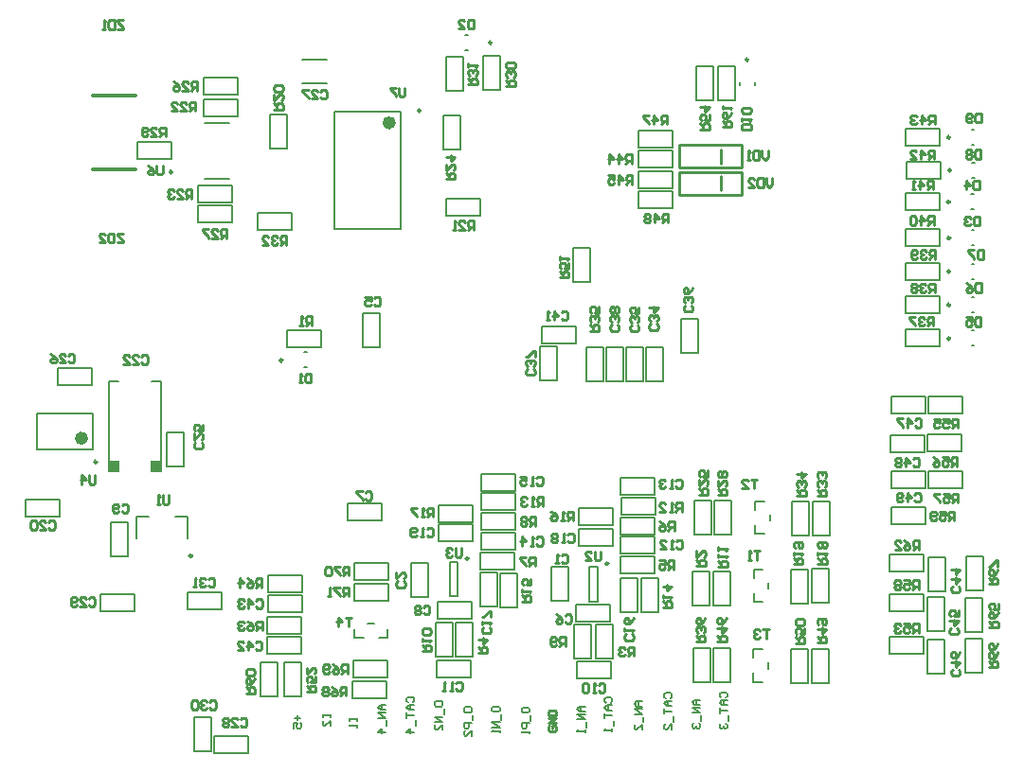
<source format=gbr>
%TF.GenerationSoftware,Altium Limited,Altium Designer,24.7.2 (38)*%
G04 Layer_Color=32896*
%FSLAX45Y45*%
%MOMM*%
%TF.SameCoordinates,313A2AA4-CFAA-4B56-AAC7-ADE98D6BBF51*%
%TF.FilePolarity,Positive*%
%TF.FileFunction,Legend,Bot*%
%TF.Part,Single*%
G01*
G75*
%TA.AperFunction,NonConductor*%
%ADD62C,0.20000*%
%ADD63C,0.25000*%
%ADD65C,0.25400*%
%ADD66C,0.60000*%
%ADD67C,0.30000*%
%ADD68R,1.00000X1.00000*%
%ADD69R,1.00000X1.00000*%
D62*
X3042600Y2436200D02*
X3347400D01*
Y2283800D02*
Y2436200D01*
X3042600Y2283800D02*
Y2436200D01*
Y2283800D02*
X3347400D01*
X7193800Y1546683D02*
Y1851483D01*
X7346200D01*
X7193800Y1546683D02*
X7346200D01*
Y1851483D01*
X6273700Y1529183D02*
Y1833983D01*
X6121300Y1529183D02*
X6273700D01*
X6121300Y1833983D02*
X6273700D01*
X6121300Y1529183D02*
Y1833983D01*
X830100Y1628700D02*
X1134900D01*
Y1476300D02*
Y1628700D01*
X830100Y1476300D02*
Y1628700D01*
Y1476300D02*
X1134900D01*
X262500Y2922500D02*
Y3242500D01*
X762500Y2922500D02*
Y3242500D01*
X262500D02*
X762500D01*
X262500Y2922500D02*
X762500D01*
X1505000Y2320403D02*
X1612500D01*
X1152500D02*
X1260000D01*
X1152500Y2127903D02*
Y2320403D01*
X1612500Y2127903D02*
Y2320403D01*
X3173800Y3837600D02*
Y4142400D01*
X3326200D01*
X3173800Y3837600D02*
X3326200D01*
Y4142400D01*
X4090000Y6492500D02*
X4115000D01*
X4090000Y6627500D02*
X4115000D01*
X5531300Y3535100D02*
Y3839900D01*
X5683700D01*
X5531300Y3535100D02*
X5683700D01*
Y3839900D01*
X5708800Y3535100D02*
Y3839900D01*
X5861200D01*
X5708800Y3535100D02*
X5861200D01*
Y3839900D01*
X5171300Y3535100D02*
Y3839900D01*
X5323700D01*
X5171300Y3535100D02*
X5323700D01*
Y3839900D01*
X5353800Y3535100D02*
Y3839900D01*
X5506200D01*
X5353800Y3535100D02*
X5506200D01*
Y3839900D01*
X4911200Y3540100D02*
Y3844900D01*
X4758800Y3540100D02*
X4911200D01*
X4758800Y3844900D02*
X4911200D01*
X4758800Y3540100D02*
Y3844900D01*
X4777600Y4026200D02*
X5082400D01*
Y3873800D02*
Y4026200D01*
X4777600Y3873800D02*
Y4026200D01*
Y3873800D02*
X5082400D01*
X1607600Y1646200D02*
X1912400D01*
Y1493800D02*
Y1646200D01*
X1607600Y1493800D02*
Y1646200D01*
Y1493800D02*
X1912400D01*
X1671300Y220100D02*
Y524900D01*
X1823700D01*
X1671300Y220100D02*
X1823700D01*
Y524900D01*
X6021300Y3785100D02*
Y4089900D01*
X6173700D01*
X6021300Y3785100D02*
X6173700D01*
Y4089900D01*
X8226300Y1292600D02*
Y1597400D01*
X8378700D01*
X8226300Y1292600D02*
X8378700D01*
Y1597400D01*
X7887600Y1626200D02*
X8192400D01*
Y1473800D02*
Y1626200D01*
X7887600Y1473800D02*
Y1626200D01*
Y1473800D02*
X8192400D01*
X8566300Y1290100D02*
Y1594900D01*
X8718700D01*
X8566300Y1290100D02*
X8718700D01*
Y1594900D01*
X8566300Y920100D02*
Y1224900D01*
X8718700D01*
X8566300Y920100D02*
X8718700D01*
Y1224900D01*
X8568800Y1662600D02*
Y1967400D01*
X8721200D01*
X8568800Y1662600D02*
X8721200D01*
Y1967400D01*
X7887600Y1246200D02*
X8192400D01*
Y1093800D02*
Y1246200D01*
X7887600Y1093800D02*
Y1246200D01*
Y1093800D02*
X8192400D01*
X6351316Y6047600D02*
Y6352400D01*
X6503716D01*
X6351316Y6047600D02*
X6503716D01*
Y6352400D01*
X6311216Y6050100D02*
Y6354900D01*
X6158816Y6050100D02*
X6311216D01*
X6158816Y6354900D02*
X6311216D01*
X6158816Y6050100D02*
Y6354900D01*
X6682516Y6182500D02*
Y6207500D01*
X6547516Y6182500D02*
Y6207500D01*
X5056300Y4417600D02*
Y4722400D01*
X5208700D01*
X5056300Y4417600D02*
X5208700D01*
Y4722400D01*
X5642900Y5777100D02*
X5947700D01*
Y5624700D02*
Y5777100D01*
X5642900Y5624700D02*
Y5777100D01*
Y5624700D02*
X5947700D01*
X5642900Y5229600D02*
X5947700D01*
Y5077200D02*
Y5229600D01*
X5642900Y5077200D02*
Y5229600D01*
Y5077200D02*
X5947700D01*
X2628684Y712500D02*
Y1017300D01*
X2476284Y712500D02*
X2628684D01*
X2476284Y1017300D02*
X2628684D01*
X2476284Y712500D02*
Y1017300D01*
X2416200Y712500D02*
Y1017300D01*
X2263800Y712500D02*
X2416200D01*
X2263800Y1017300D02*
X2416200D01*
X2263800Y712500D02*
Y1017300D01*
X2327600Y1798600D02*
X2632400D01*
Y1646200D02*
Y1798600D01*
X2327600Y1646200D02*
Y1798600D01*
Y1646200D02*
X2632400D01*
X2325100Y1421100D02*
X2629900D01*
Y1268700D02*
Y1421100D01*
X2325100Y1268700D02*
Y1421100D01*
Y1268700D02*
X2629900D01*
X2322600Y1243599D02*
X2627400D01*
Y1091199D02*
Y1243599D01*
X2322600Y1091199D02*
Y1243599D01*
Y1091199D02*
X2627400D01*
X7153700Y830891D02*
Y1135691D01*
X7001300Y830891D02*
X7153700D01*
X7001300Y1135691D02*
X7153700D01*
X7001300Y830891D02*
Y1135691D01*
X7341184Y830891D02*
Y1135691D01*
X7188784Y830891D02*
X7341184D01*
X7188784Y1135691D02*
X7341184D01*
X7188784Y830891D02*
Y1135691D01*
X6461200Y1524183D02*
Y1828983D01*
X6308800Y1524183D02*
X6461200D01*
X6308800Y1828983D02*
X6461200D01*
X6308800Y1524183D02*
Y1828983D01*
X6672499Y1849083D02*
X6752089D01*
X6672499Y1559083D02*
Y1635791D01*
Y1772374D02*
Y1849083D01*
Y1559083D02*
X6752089D01*
X6802500Y1677374D02*
Y1730791D01*
X6667500Y1133291D02*
X6747089D01*
X6667500Y843291D02*
Y920000D01*
Y1056583D02*
Y1133291D01*
Y843291D02*
X6747089D01*
X6797500Y961583D02*
Y1015000D01*
X6466200Y843391D02*
Y1148191D01*
X6313800Y843391D02*
X6466200D01*
X6313800Y1148191D02*
X6466200D01*
X6313800Y843391D02*
Y1148191D01*
X6128800Y843391D02*
Y1148191D01*
X6281200D01*
X6128800Y843391D02*
X6281200D01*
Y1148191D01*
X6685000Y2457500D02*
X6764589D01*
X6685000Y2167500D02*
Y2244208D01*
Y2380791D02*
Y2457500D01*
Y2167500D02*
X6764589D01*
X6815000Y2285791D02*
Y2339208D01*
X6471200Y2157600D02*
Y2462400D01*
X6318800Y2157600D02*
X6471200D01*
X6318800Y2462400D02*
X6471200D01*
X6318800Y2157600D02*
Y2462400D01*
X6138800Y2157600D02*
Y2462400D01*
X6291200D01*
X6138800Y2157600D02*
X6291200D01*
Y2462400D01*
X7156200Y1541683D02*
Y1846483D01*
X7003800Y1541683D02*
X7156200D01*
X7003800Y1846483D02*
X7156200D01*
X7003800Y1541683D02*
Y1846483D01*
X7166200Y2150100D02*
Y2454900D01*
X7013800Y2150100D02*
X7166200D01*
X7013800Y2454900D02*
X7166200D01*
X7013800Y2150100D02*
Y2454900D01*
X7351200Y2150891D02*
Y2455691D01*
X7198800Y2150891D02*
X7351200D01*
X7198800Y2455691D02*
X7351200D01*
X7198800Y2150891D02*
Y2455691D01*
X3090100Y1033700D02*
X3394900D01*
Y881300D02*
Y1033700D01*
X3090100Y881300D02*
Y1033700D01*
Y881300D02*
X3394900D01*
X3087600Y693800D02*
X3392400D01*
X3087600D02*
Y846200D01*
X3392400Y693800D02*
Y846200D01*
X3087600D02*
X3392400D01*
X3102600Y1716200D02*
X3407400D01*
Y1563800D02*
Y1716200D01*
X3102600Y1563800D02*
Y1716200D01*
Y1563800D02*
X3407400D01*
X3105000Y1235000D02*
Y1314589D01*
X3318292Y1235000D02*
X3395000D01*
X3105000D02*
X3181709D01*
X3395000D02*
Y1314589D01*
X3223292Y1365000D02*
X3276709D01*
X3105100Y1906200D02*
X3409900D01*
Y1753800D02*
Y1906200D01*
X3105100Y1753800D02*
Y1906200D01*
Y1753800D02*
X3409900D01*
X8617500Y5650000D02*
X8642500D01*
X8617500Y5785000D02*
X8642500D01*
X8027600Y5793700D02*
X8332400D01*
Y5641300D02*
Y5793700D01*
X8027600Y5641300D02*
Y5793700D01*
Y5641300D02*
X8332400D01*
X8025100Y5216200D02*
X8329900D01*
Y5063800D02*
Y5216200D01*
X8025100Y5063800D02*
Y5216200D01*
Y5063800D02*
X8329900D01*
X8035100Y5498700D02*
X8339900D01*
Y5346300D02*
Y5498700D01*
X8035100Y5346300D02*
Y5498700D01*
Y5346300D02*
X8339900D01*
X8027600Y4893700D02*
X8332400D01*
Y4741300D02*
Y4893700D01*
X8027600Y4741300D02*
Y4893700D01*
Y4741300D02*
X8332400D01*
X8027600Y4593700D02*
X8332400D01*
Y4441300D02*
Y4593700D01*
X8027600Y4441300D02*
Y4593700D01*
Y4441300D02*
X8332400D01*
X8027600Y4293700D02*
X8332400D01*
Y4141300D02*
Y4293700D01*
X8027600Y4141300D02*
Y4293700D01*
Y4141300D02*
X8332400D01*
X8027600Y3993700D02*
X8332400D01*
Y3841300D02*
Y3993700D01*
X8027600Y3841300D02*
Y3993700D01*
Y3841300D02*
X8332400D01*
X8615000Y5072500D02*
X8640000D01*
X8615000Y5207500D02*
X8640000D01*
X8625000Y5355000D02*
X8650000D01*
X8625000Y5490000D02*
X8650000D01*
X8617500Y4750000D02*
X8642500D01*
X8617500Y4885000D02*
X8642500D01*
X8617500Y4450000D02*
X8642500D01*
X8617500Y4585000D02*
X8642500D01*
X8617500Y4285000D02*
X8642500D01*
X8617500Y4150000D02*
X8642500D01*
X8617500Y3985000D02*
X8642500D01*
X8617500Y3850000D02*
X8642500D01*
X3954984Y1917500D02*
X4024984D01*
X3954984Y1607500D02*
X4024984D01*
Y1917500D01*
X3954984Y1607500D02*
Y1917500D01*
X3758684Y1602600D02*
Y1907400D01*
X3606284Y1602600D02*
X3758684D01*
X3606284Y1907400D02*
X3758684D01*
X3606284Y1602600D02*
Y1907400D01*
X3857584Y2273816D02*
X4162384D01*
X3857584D02*
Y2426216D01*
X4162384Y2273816D02*
Y2426216D01*
X3857584D02*
X4162384D01*
X3855084Y2098800D02*
X4159884D01*
X3855084D02*
Y2251200D01*
X4159884Y2098800D02*
Y2251200D01*
X3855084D02*
X4159884D01*
X4237584Y2706200D02*
X4542384D01*
Y2553800D02*
Y2706200D01*
X4237584Y2553800D02*
Y2706200D01*
Y2553800D02*
X4542384D01*
X4237584Y2376300D02*
X4542384D01*
X4237584D02*
Y2528700D01*
X4542384Y2376300D02*
Y2528700D01*
X4237584D02*
X4542384D01*
X5105100Y2243800D02*
X5409900D01*
X5105100D02*
Y2396200D01*
X5409900Y2243800D02*
Y2396200D01*
X5105100D02*
X5409900D01*
X5107600Y2058800D02*
X5412400D01*
X5107600D02*
Y2211200D01*
X5412400Y2058800D02*
Y2211200D01*
X5107600D02*
X5412400D01*
X5482600Y2671183D02*
X5787400D01*
Y2518783D02*
Y2671183D01*
X5482600Y2518783D02*
Y2671183D01*
Y2518783D02*
X5787400D01*
X5485100Y2341300D02*
X5789900D01*
X5485100D02*
Y2493700D01*
X5789900Y2341300D02*
Y2493700D01*
X5485100D02*
X5789900D01*
X4230084Y1998684D02*
X4534884D01*
Y1846284D02*
Y1998684D01*
X4230084Y1846284D02*
Y1998684D01*
Y1846284D02*
X4534884D01*
X4403784Y1510100D02*
Y1814900D01*
X4556184D01*
X4403784Y1510100D02*
X4556184D01*
Y1814900D01*
X4223784Y1512600D02*
Y1817400D01*
X4376184D01*
X4223784Y1512600D02*
X4376184D01*
Y1817400D01*
X4232584Y2023800D02*
X4537384D01*
X4232584D02*
Y2176200D01*
X4537384Y2023800D02*
Y2176200D01*
X4232584D02*
X4537384D01*
X4235084Y2198800D02*
X4539884D01*
X4235084D02*
Y2351200D01*
X4539884Y2198800D02*
Y2351200D01*
X4235084D02*
X4539884D01*
X5205001Y1872500D02*
X5275000D01*
X5205001Y1562500D02*
X5275000D01*
Y1872500D01*
X5205001Y1562500D02*
Y1872500D01*
X5016200Y1567600D02*
Y1872400D01*
X4863800Y1567600D02*
X5016200D01*
X4863800Y1872400D02*
X5016200D01*
X4863800Y1567600D02*
Y1872400D01*
X5480100Y1993800D02*
X5784900D01*
X5480100D02*
Y2146200D01*
X5784900Y1993800D02*
Y2146200D01*
X5480100D02*
X5784900D01*
X5480100Y2161300D02*
X5784900D01*
X5480100D02*
Y2313700D01*
X5784900Y2161300D02*
Y2313700D01*
X5480100D02*
X5784900D01*
X5478800Y1465099D02*
Y1769899D01*
X5631200D01*
X5478800Y1465099D02*
X5631200D01*
Y1769899D01*
X5663800Y1465099D02*
Y1769899D01*
X5816200D01*
X5663800Y1465099D02*
X5816200D01*
Y1769899D01*
X5480100Y1968700D02*
X5784900D01*
Y1816300D02*
Y1968700D01*
X5480100Y1816300D02*
Y1968700D01*
Y1816300D02*
X5784900D01*
X5082600Y1378800D02*
X5387400D01*
X5082600D02*
Y1531200D01*
X5387400Y1378800D02*
Y1531200D01*
X5082600D02*
X5387400D01*
X5213700Y1047600D02*
Y1352400D01*
X5061300Y1047600D02*
X5213700D01*
X5061300Y1352400D02*
X5213700D01*
X5061300Y1047600D02*
Y1352400D01*
X5413684Y1047600D02*
Y1352400D01*
X5261284Y1047600D02*
X5413684D01*
X5261284Y1352400D02*
X5413684D01*
X5261284Y1047600D02*
Y1352400D01*
X5087600Y871300D02*
X5392400D01*
X5087600D02*
Y1023700D01*
X5392400Y871300D02*
Y1023700D01*
X5087600D02*
X5392400D01*
X3981184Y1067600D02*
Y1372400D01*
X3828784Y1067600D02*
X3981184D01*
X3828784Y1372400D02*
X3981184D01*
X3828784Y1067600D02*
Y1372400D01*
X4158684Y1067600D02*
Y1372400D01*
X4006284Y1067600D02*
X4158684D01*
X4006284Y1372400D02*
X4158684D01*
X4006284Y1067600D02*
Y1372400D01*
X3837584Y878800D02*
X4142384D01*
X3837584D02*
Y1031200D01*
X4142384Y878800D02*
Y1031200D01*
X3837584D02*
X4142384D01*
X3842584Y1406300D02*
X4147384D01*
X3842584D02*
Y1558700D01*
X4147384Y1406300D02*
Y1558700D01*
X3842584D02*
X4147384D01*
X2500100Y3836300D02*
X2804900D01*
X2500100D02*
Y3988700D01*
X2804900Y3836300D02*
Y3988700D01*
X2500100D02*
X2804900D01*
X2650000Y3655000D02*
X2675000D01*
X2650000Y3790000D02*
X2675000D01*
X1847600Y201300D02*
X2152400D01*
X1847600D02*
Y353700D01*
X2152400Y201300D02*
Y353700D01*
X1847600D02*
X2152400D01*
X5645400Y5414600D02*
X5950200D01*
Y5262200D02*
Y5414600D01*
X5645400Y5262200D02*
Y5414600D01*
Y5262200D02*
X5950200D01*
X5642900Y5597100D02*
X5947700D01*
Y5444700D02*
Y5597100D01*
X5642900Y5444700D02*
Y5597100D01*
Y5444700D02*
X5947700D01*
X8235100Y2571300D02*
X8539900D01*
X8235100D02*
Y2723700D01*
X8539900Y2571300D02*
Y2723700D01*
X8235100D02*
X8539900D01*
X8227600Y2901300D02*
X8532400D01*
X8227600D02*
Y3053700D01*
X8532400Y2901300D02*
Y3053700D01*
X8227600D02*
X8532400D01*
X8230100Y3243800D02*
X8534900D01*
X8230100D02*
Y3396200D01*
X8534900Y3243800D02*
Y3396200D01*
X8230100D02*
X8534900D01*
X7900100Y2406200D02*
X8204900D01*
Y2253800D02*
Y2406200D01*
X7900100Y2253800D02*
Y2406200D01*
Y2253800D02*
X8204900D01*
X7885100Y1831300D02*
X8189900D01*
X7885100D02*
Y1983700D01*
X8189900Y1831300D02*
Y1983700D01*
X7885100D02*
X8189900D01*
X2327600Y1621084D02*
X2632400D01*
Y1468684D02*
Y1621084D01*
X2327600Y1468684D02*
Y1621084D01*
Y1468684D02*
X2632400D01*
X8381200Y1655100D02*
Y1959900D01*
X8228800Y1655100D02*
X8381200D01*
X8228800Y1959900D02*
X8381200D01*
X8228800Y1655100D02*
Y1959900D01*
X8378700Y917600D02*
Y1222400D01*
X8226300Y917600D02*
X8378700D01*
X8226300Y1222400D02*
X8378700D01*
X8226300Y917600D02*
Y1222400D01*
X7897600Y2573816D02*
X8202400D01*
X7897600D02*
Y2726216D01*
X8202400Y2573816D02*
Y2726216D01*
X7897600D02*
X8202400D01*
X7895100Y2898627D02*
X8199900D01*
X7895100D02*
Y3051027D01*
X8199900Y2898627D02*
Y3051027D01*
X7895100D02*
X8199900D01*
X7897600Y3243800D02*
X8202400D01*
X7897600D02*
Y3396200D01*
X8202400Y3243800D02*
Y3396200D01*
X7897600D02*
X8202400D01*
X3921300Y6132600D02*
Y6437400D01*
X4073700D01*
X3921300Y6132600D02*
X4073700D01*
Y6437400D01*
X4251300Y6140100D02*
Y6444900D01*
X4403700D01*
X4251300Y6140100D02*
X4403700D01*
Y6444900D01*
X3925100Y5168700D02*
X4229900D01*
Y5016300D02*
Y5168700D01*
X3925100Y5016300D02*
Y5168700D01*
Y5016300D02*
X4229900D01*
X1702600Y4956300D02*
X2007400D01*
X1702600D02*
Y5108700D01*
X2007400Y4956300D02*
Y5108700D01*
X1702600D02*
X2007400D01*
X1755100Y6093800D02*
X2059900D01*
X1755100D02*
Y6246200D01*
X2059900Y6093800D02*
Y6246200D01*
X1755100D02*
X2059900D01*
X1767500Y5345000D02*
X1987500D01*
X1767500Y5845000D02*
X1987500D01*
X1752600Y5901316D02*
X2057400D01*
X1752600D02*
Y6053716D01*
X2057400Y5901316D02*
Y6053716D01*
X1752600D02*
X2057400D01*
X2237600Y5041200D02*
X2542400D01*
Y4888800D02*
Y5041200D01*
X2237600Y4888800D02*
Y5041200D01*
Y4888800D02*
X2542400D01*
X1705100Y5133800D02*
X2009900D01*
X1705100D02*
Y5286200D01*
X2009900Y5133800D02*
Y5286200D01*
X1705100D02*
X2009900D01*
X2503700Y5612600D02*
Y5917400D01*
X2351300Y5612600D02*
X2503700D01*
X2351300Y5917400D02*
X2503700D01*
X2351300Y5612600D02*
Y5917400D01*
X1165100Y5523800D02*
X1469900D01*
X1165100D02*
Y5676200D01*
X1469900Y5523800D02*
Y5676200D01*
X1165100D02*
X1469900D01*
X4046200Y5605100D02*
Y5909900D01*
X3893800Y5605100D02*
X4046200D01*
X3893800Y5909900D02*
X4046200D01*
X3893800Y5605100D02*
Y5909900D01*
X2637500Y6197500D02*
X2857500D01*
X2637500Y6412500D02*
X2857500D01*
X2927500Y4895000D02*
X3512500D01*
X2927500Y5945000D02*
X3512500D01*
X2927500Y4895000D02*
Y5945000D01*
X3512500Y4895000D02*
Y5945000D01*
X162600Y2473700D02*
X467400D01*
Y2321300D02*
Y2473700D01*
X162600Y2321300D02*
Y2473700D01*
Y2321300D02*
X467400D01*
X450100Y3496300D02*
X754900D01*
X450100D02*
Y3648700D01*
X754900Y3496300D02*
Y3648700D01*
X450100D02*
X754900D01*
X926300Y1962600D02*
Y2267400D01*
X1078700D01*
X926300Y1962600D02*
X1078700D01*
Y2267400D01*
X1426300Y2772600D02*
Y3077400D01*
X1578700D01*
X1426300Y2772600D02*
X1578700D01*
Y3077400D01*
X910000Y2805000D02*
Y3535000D01*
Y2805000D02*
X990000D01*
X1370000D02*
Y3535000D01*
X910000D02*
X990000D01*
X1290000Y2805000D02*
X1370000D01*
X1290000Y3535000D02*
X1370000D01*
X6377522Y703349D02*
X6365859Y715012D01*
Y738337D01*
X6377522Y750000D01*
X6424174D01*
X6435837Y738337D01*
Y715012D01*
X6424174Y703349D01*
X6435837Y680023D02*
X6389185D01*
X6365859Y656697D01*
X6389185Y633371D01*
X6435837D01*
X6400848D01*
Y680023D01*
X6365859Y610045D02*
Y563394D01*
Y586719D01*
X6435837D01*
X6447500Y540068D02*
Y493416D01*
X6377522Y470090D02*
X6365859Y458427D01*
Y435101D01*
X6377522Y423439D01*
X6389185D01*
X6400848Y435101D01*
Y446764D01*
Y435101D01*
X6412511Y423439D01*
X6424174D01*
X6435837Y435101D01*
Y458427D01*
X6424174Y470090D01*
X6190837Y682500D02*
X6144185D01*
X6120859Y659174D01*
X6144185Y635849D01*
X6190837D01*
X6155848D01*
Y682500D01*
X6190837Y612523D02*
X6120859D01*
X6190837Y565871D01*
X6120859D01*
X6202500Y542545D02*
Y495894D01*
X6132522Y472568D02*
X6120859Y460905D01*
Y437579D01*
X6132522Y425916D01*
X6144185D01*
X6155848Y437579D01*
Y449242D01*
Y437579D01*
X6167511Y425916D01*
X6179174D01*
X6190837Y437579D01*
Y460905D01*
X6179174Y472568D01*
X3380837Y637500D02*
X3334185D01*
X3310859Y614175D01*
X3334185Y590849D01*
X3380837D01*
X3345848D01*
Y637500D01*
X3380837Y567523D02*
X3310859D01*
X3380837Y520871D01*
X3310859D01*
X3392500Y497545D02*
Y450894D01*
X3380837Y392579D02*
X3310859D01*
X3345848Y427568D01*
Y380916D01*
X3580022Y660849D02*
X3568359Y672511D01*
Y695837D01*
X3580022Y707500D01*
X3626674D01*
X3638337Y695837D01*
Y672511D01*
X3626674Y660849D01*
X3638337Y637523D02*
X3591685D01*
X3568359Y614197D01*
X3591685Y590871D01*
X3638337D01*
X3603348D01*
Y637523D01*
X3568359Y567545D02*
Y520894D01*
Y544219D01*
X3638337D01*
X3650000Y497568D02*
Y450916D01*
X3638337Y392601D02*
X3568359D01*
X3603348Y427590D01*
Y380939D01*
X5673337Y670000D02*
X5626685D01*
X5603359Y646674D01*
X5626685Y623348D01*
X5673337D01*
X5638348D01*
Y670000D01*
X5673337Y600022D02*
X5603359D01*
X5673337Y553370D01*
X5603359D01*
X5685000Y530045D02*
Y483393D01*
X5673337Y413415D02*
Y460067D01*
X5626685Y413415D01*
X5615022D01*
X5603359Y425078D01*
Y448404D01*
X5615022Y460067D01*
X5882522Y695848D02*
X5870859Y707511D01*
Y730837D01*
X5882522Y742500D01*
X5929174D01*
X5940837Y730837D01*
Y707511D01*
X5929174Y695848D01*
X5940837Y672522D02*
X5894185D01*
X5870859Y649197D01*
X5894185Y625871D01*
X5940837D01*
X5905848D01*
Y672522D01*
X5870859Y602545D02*
Y555893D01*
Y579219D01*
X5940837D01*
X5952500Y532567D02*
Y485916D01*
X5940837Y415938D02*
Y462590D01*
X5894185Y415938D01*
X5882522D01*
X5870859Y427601D01*
Y450927D01*
X5882522Y462590D01*
X2592511Y545000D02*
Y498348D01*
X2569185Y521674D02*
X2615837D01*
X2557522Y428371D02*
Y475022D01*
X2592511D01*
X2580848Y451697D01*
Y440034D01*
X2592511Y428371D01*
X2615837D01*
X2627499Y440034D01*
Y463359D01*
X2615837Y475022D01*
X5350022Y655849D02*
X5338359Y667511D01*
Y690837D01*
X5350022Y702500D01*
X5396674D01*
X5408337Y690837D01*
Y667511D01*
X5396674Y655849D01*
X5408337Y632523D02*
X5361685D01*
X5338359Y609197D01*
X5361685Y585871D01*
X5408337D01*
X5373348D01*
Y632523D01*
X5338359Y562545D02*
Y515894D01*
Y539219D01*
X5408337D01*
X5420000Y492568D02*
Y445916D01*
X5408337Y422590D02*
Y399264D01*
Y410927D01*
X5338359D01*
X5350022Y422590D01*
X5163337Y622500D02*
X5116685D01*
X5093359Y599175D01*
X5116685Y575849D01*
X5163337D01*
X5128348D01*
Y622500D01*
X5163337Y552523D02*
X5093359D01*
X5163337Y505871D01*
X5093359D01*
X5175000Y482545D02*
Y435894D01*
X5163337Y412568D02*
Y389242D01*
Y400905D01*
X5093359D01*
X5105022Y412568D01*
X4595859Y577511D02*
Y600837D01*
X4607522Y612500D01*
X4654174D01*
X4665837Y600837D01*
Y577511D01*
X4654174Y565848D01*
X4607522D01*
X4595859Y577511D01*
X4677500Y542522D02*
Y495871D01*
X4665837Y472545D02*
X4595859D01*
Y437556D01*
X4607522Y425893D01*
X4630848D01*
X4642511Y437556D01*
Y472545D01*
X4665837Y402567D02*
Y379242D01*
Y390904D01*
X4595859D01*
X4607522Y402567D01*
X2819072Y550950D02*
Y527624D01*
Y539287D01*
X2889050D01*
Y550950D01*
Y527624D01*
Y445984D02*
Y492635D01*
X2842398Y445984D01*
X2830735D01*
X2819072Y457647D01*
Y480972D01*
X2830735Y492635D01*
X4330859Y585012D02*
Y608337D01*
X4342522Y620000D01*
X4389174D01*
X4400837Y608337D01*
Y585012D01*
X4389174Y573349D01*
X4342522D01*
X4330859Y585012D01*
X4412500Y550023D02*
Y503371D01*
X4400837Y480045D02*
X4330859D01*
X4400837Y433394D01*
X4330859D01*
X4400837Y410068D02*
Y386742D01*
Y398405D01*
X4330859D01*
X4342522Y410068D01*
X4080859Y580012D02*
Y603337D01*
X4092522Y615000D01*
X4139174D01*
X4150837Y603337D01*
Y580012D01*
X4139174Y568349D01*
X4092522D01*
X4080859Y580012D01*
X4162500Y545023D02*
Y498371D01*
X4150837Y475045D02*
X4080859D01*
Y440057D01*
X4092522Y428394D01*
X4115848D01*
X4127511Y440057D01*
Y475045D01*
X4150837Y358416D02*
Y405068D01*
X4104185Y358416D01*
X4092522D01*
X4080859Y370079D01*
Y393405D01*
X4092522Y405068D01*
X3820859Y635011D02*
Y658337D01*
X3832522Y670000D01*
X3879174D01*
X3890837Y658337D01*
Y635011D01*
X3879174Y623349D01*
X3832522D01*
X3820859Y635011D01*
X3902500Y600023D02*
Y553371D01*
X3890837Y530045D02*
X3820859D01*
X3890837Y483393D01*
X3820859D01*
X3890837Y413416D02*
Y460068D01*
X3844185Y413416D01*
X3832522D01*
X3820859Y425079D01*
Y448405D01*
X3832522Y460068D01*
X3057522Y517500D02*
Y494174D01*
Y505837D01*
X3127500D01*
Y517500D01*
Y494174D01*
Y459185D02*
Y435859D01*
Y447522D01*
X3057522D01*
X3069185Y459185D01*
D63*
X800500Y2810000D02*
G03*
X800500Y2810000I-12500J0D01*
G01*
X1652500Y1970403D02*
G03*
X1652500Y1970403I-12500J0D01*
G01*
X4330000Y6562500D02*
G03*
X4330000Y6562500I-12500J0D01*
G01*
X6625016Y6410000D02*
G03*
X6625016Y6410000I-12500J0D01*
G01*
X8427500Y5715000D02*
G03*
X8427500Y5715000I-12500J0D01*
G01*
X8425000Y5137500D02*
G03*
X8425000Y5137500I-12500J0D01*
G01*
X8435000Y5420000D02*
G03*
X8435000Y5420000I-12500J0D01*
G01*
X8427500Y4815000D02*
G03*
X8427500Y4815000I-12500J0D01*
G01*
Y4515000D02*
G03*
X8427500Y4515000I-12500J0D01*
G01*
Y4215000D02*
G03*
X8427500Y4215000I-12500J0D01*
G01*
Y3915000D02*
G03*
X8427500Y3915000I-12500J0D01*
G01*
X4122484Y1945000D02*
G03*
X4122484Y1945000I-12500J0D01*
G01*
X5372501Y1900000D02*
G03*
X5372501Y1900000I-12500J0D01*
G01*
X2460000Y3720000D02*
G03*
X2460000Y3720000I-12500J0D01*
G01*
X1475000Y5404000D02*
G03*
X1475000Y5404000I-12500J0D01*
G01*
X3695000Y5954500D02*
G03*
X3695000Y5954500I-12500J0D01*
G01*
D65*
X6005600Y5443400D02*
Y5646600D01*
X6564400Y5443400D02*
Y5646600D01*
X6005600D02*
X6564400D01*
X6005600Y5443400D02*
X6564400D01*
X6373900Y5481500D02*
Y5608500D01*
X6005600Y5203400D02*
Y5406600D01*
X6564400Y5203400D02*
Y5406600D01*
X6005600D02*
X6564400D01*
X6005600Y5203400D02*
X6564400D01*
X6373900Y5241500D02*
Y5368500D01*
X4846285Y449552D02*
X4834623Y437889D01*
Y414563D01*
X4846285Y402900D01*
X4892937D01*
X4904600Y414563D01*
Y437889D01*
X4892937Y449552D01*
X4869611D01*
Y426226D01*
X4904600Y472877D02*
X4834623D01*
X4904600Y519529D01*
X4834623D01*
Y542855D02*
X4904600D01*
Y577844D01*
X4892937Y589507D01*
X4846285D01*
X4834623Y577844D01*
Y542855D01*
X1034132Y4854987D02*
X980816D01*
Y4841658D01*
X1034132Y4788342D01*
Y4775013D01*
X980816D01*
X954158Y4854987D02*
Y4775013D01*
X914171D01*
X900842Y4788342D01*
Y4841658D01*
X914171Y4854987D01*
X954158D01*
X820868Y4775013D02*
X874184D01*
X820868Y4828329D01*
Y4841658D01*
X834197Y4854987D01*
X860855D01*
X874184Y4841658D01*
X1035803Y6764987D02*
X982487D01*
Y6751658D01*
X1035803Y6698342D01*
Y6685013D01*
X982487D01*
X955829Y6764987D02*
Y6685013D01*
X915842D01*
X902513Y6698342D01*
Y6751658D01*
X915842Y6764987D01*
X955829D01*
X875855Y6685013D02*
X849197D01*
X862526D01*
Y6764987D01*
X875855Y6751658D01*
X6836632Y5349987D02*
Y5296671D01*
X6809974Y5270013D01*
X6783316Y5296671D01*
Y5349987D01*
X6756658D02*
Y5270013D01*
X6716671D01*
X6703342Y5283342D01*
Y5336658D01*
X6716671Y5349987D01*
X6756658D01*
X6623368Y5270013D02*
X6676684D01*
X6623368Y5323329D01*
Y5336658D01*
X6636697Y5349987D01*
X6663355D01*
X6676684Y5336658D01*
X6798303Y5594987D02*
Y5541671D01*
X6771645Y5515013D01*
X6744987Y5541671D01*
Y5594987D01*
X6718329D02*
Y5515013D01*
X6678342D01*
X6665013Y5528342D01*
Y5581658D01*
X6678342Y5594987D01*
X6718329D01*
X6638355Y5515013D02*
X6611697D01*
X6625026D01*
Y5594987D01*
X6638355Y5581658D01*
X3554145Y6159987D02*
Y6093342D01*
X3540816Y6080012D01*
X3514158D01*
X3500829Y6093342D01*
Y6159987D01*
X3474171D02*
X3420855D01*
Y6146658D01*
X3474171Y6093342D01*
Y6080012D01*
X1389145Y5462487D02*
Y5395842D01*
X1375816Y5382513D01*
X1349158D01*
X1335829Y5395842D01*
Y5462487D01*
X1255855D02*
X1282513Y5449158D01*
X1309171Y5422500D01*
Y5395842D01*
X1295842Y5382513D01*
X1269184D01*
X1255855Y5395842D01*
Y5409171D01*
X1269184Y5422500D01*
X1309171D01*
X784145Y2689987D02*
Y2623342D01*
X770816Y2610013D01*
X744158D01*
X730829Y2623342D01*
Y2689987D01*
X664184Y2610013D02*
Y2689987D01*
X704171Y2650000D01*
X650855D01*
X4056645Y2039987D02*
Y1973342D01*
X4043316Y1960013D01*
X4016658D01*
X4003329Y1973342D01*
Y2039987D01*
X3976671Y2026658D02*
X3963342Y2039987D01*
X3936684D01*
X3923355Y2026658D01*
Y2013329D01*
X3936684Y2000000D01*
X3950013D01*
X3936684D01*
X3923355Y1986671D01*
Y1973342D01*
X3936684Y1960013D01*
X3963342D01*
X3976671Y1973342D01*
X5301645Y2009987D02*
Y1943342D01*
X5288316Y1930013D01*
X5261658D01*
X5248329Y1943342D01*
Y2009987D01*
X5168355Y1930013D02*
X5221671D01*
X5168355Y1983329D01*
Y1996658D01*
X5181684Y2009987D01*
X5208342D01*
X5221671Y1996658D01*
X1443316Y2512487D02*
Y2445842D01*
X1429987Y2432513D01*
X1403329D01*
X1390000Y2445842D01*
Y2512487D01*
X1363342Y2432513D02*
X1336684D01*
X1350013D01*
Y2512487D01*
X1363342Y2499158D01*
X3074145Y1417487D02*
X3020829D01*
X3047487D01*
Y1337513D01*
X2954184D02*
Y1417487D01*
X2994171Y1377500D01*
X2940855D01*
X6806645Y1310779D02*
X6753329D01*
X6779987D01*
Y1230804D01*
X6726671Y1297450D02*
X6713342Y1310779D01*
X6686684D01*
X6673355Y1297450D01*
Y1284121D01*
X6686684Y1270792D01*
X6700013D01*
X6686684D01*
X6673355Y1257463D01*
Y1244134D01*
X6686684Y1230804D01*
X6713342D01*
X6726671Y1244134D01*
X6699145Y2652487D02*
X6645829D01*
X6672487D01*
Y2572513D01*
X6565855D02*
X6619171D01*
X6565855Y2625829D01*
Y2639158D01*
X6579184Y2652487D01*
X6605842D01*
X6619171Y2639158D01*
X6725816Y2012487D02*
X6672500D01*
X6699158D01*
Y1932513D01*
X6645842D02*
X6619184D01*
X6632513D01*
Y2012487D01*
X6645842Y1999158D01*
X3050803Y1607513D02*
Y1687487D01*
X3010816D01*
X2997487Y1674158D01*
Y1647500D01*
X3010816Y1634171D01*
X3050803D01*
X3024145D02*
X2997487Y1607513D01*
X2970829Y1687487D02*
X2917513D01*
Y1674158D01*
X2970829Y1620842D01*
Y1607513D01*
X2890855D02*
X2864196D01*
X2877525D01*
Y1687487D01*
X2890855Y1674158D01*
X3054132Y1792513D02*
Y1872487D01*
X3014145D01*
X3000816Y1859158D01*
Y1832500D01*
X3014145Y1819171D01*
X3054132D01*
X3027474D02*
X3000816Y1792513D01*
X2974158Y1872487D02*
X2920842D01*
Y1859158D01*
X2974158Y1805842D01*
Y1792513D01*
X2894184Y1859158D02*
X2880855Y1872487D01*
X2854196D01*
X2840868Y1859158D01*
Y1805842D01*
X2854196Y1792513D01*
X2880855D01*
X2894184Y1805842D01*
Y1859158D01*
X3039132Y917513D02*
Y997487D01*
X2999145D01*
X2985816Y984158D01*
Y957500D01*
X2999145Y944171D01*
X3039132D01*
X3012474D02*
X2985816Y917513D01*
X2905842Y997487D02*
X2932500Y984158D01*
X2959158Y957500D01*
Y930842D01*
X2945829Y917513D01*
X2919171D01*
X2905842Y930842D01*
Y944171D01*
X2919171Y957500D01*
X2959158D01*
X2879184Y930842D02*
X2865855Y917513D01*
X2839197D01*
X2825868Y930842D01*
Y984158D01*
X2839197Y997487D01*
X2865855D01*
X2879184Y984158D01*
Y970829D01*
X2865855Y957500D01*
X2825868D01*
X3029132Y717513D02*
Y797487D01*
X2989145D01*
X2975816Y784158D01*
Y757500D01*
X2989145Y744171D01*
X3029132D01*
X3002474D02*
X2975816Y717513D01*
X2895842Y797487D02*
X2922500Y784158D01*
X2949158Y757500D01*
Y730842D01*
X2935829Y717513D01*
X2909171D01*
X2895842Y730842D01*
Y744171D01*
X2909171Y757500D01*
X2949158D01*
X2869184Y784158D02*
X2855855Y797487D01*
X2829197D01*
X2815868Y784158D01*
Y770829D01*
X2829197Y757500D01*
X2815868Y744171D01*
Y730842D01*
X2829197Y717513D01*
X2855855D01*
X2869184Y730842D01*
Y744171D01*
X2855855Y757500D01*
X2869184Y770829D01*
Y784158D01*
X2855855Y757500D02*
X2829197D01*
X8772513Y1715868D02*
X8852487D01*
Y1755855D01*
X8839158Y1769184D01*
X8812500D01*
X8799171Y1755855D01*
Y1715868D01*
Y1742526D02*
X8772513Y1769184D01*
X8852487Y1849158D02*
X8839158Y1822500D01*
X8812500Y1795842D01*
X8785842D01*
X8772513Y1809171D01*
Y1835829D01*
X8785842Y1849158D01*
X8799171D01*
X8812500Y1835829D01*
Y1795842D01*
X8852487Y1875816D02*
Y1929132D01*
X8839158D01*
X8785842Y1875816D01*
X8772513D01*
Y973368D02*
X8852487D01*
Y1013355D01*
X8839158Y1026684D01*
X8812500D01*
X8799171Y1013355D01*
Y973368D01*
Y1000026D02*
X8772513Y1026684D01*
X8852487Y1106658D02*
X8839158Y1080000D01*
X8812500Y1053342D01*
X8785842D01*
X8772513Y1066671D01*
Y1093329D01*
X8785842Y1106658D01*
X8799171D01*
X8812500Y1093329D01*
Y1053342D01*
X8852487Y1186632D02*
X8839158Y1159974D01*
X8812500Y1133316D01*
X8785842D01*
X8772513Y1146645D01*
Y1173303D01*
X8785842Y1186632D01*
X8799171D01*
X8812500Y1173303D01*
Y1133316D01*
X8775013Y1330868D02*
X8854987D01*
Y1370855D01*
X8841658Y1384184D01*
X8815000D01*
X8801671Y1370855D01*
Y1330868D01*
Y1357526D02*
X8775013Y1384184D01*
X8854987Y1464158D02*
X8841658Y1437500D01*
X8815000Y1410842D01*
X8788342D01*
X8775013Y1424171D01*
Y1450829D01*
X8788342Y1464158D01*
X8801671D01*
X8815000Y1450829D01*
Y1410842D01*
X8854987Y1544132D02*
Y1490816D01*
X8815000D01*
X8828329Y1517474D01*
Y1530803D01*
X8815000Y1544132D01*
X8788342D01*
X8775013Y1530803D01*
Y1504145D01*
X8788342Y1490816D01*
X2274132Y1687413D02*
Y1767387D01*
X2234145D01*
X2220816Y1754058D01*
Y1727400D01*
X2234145Y1714071D01*
X2274132D01*
X2247474D02*
X2220816Y1687413D01*
X2140842Y1767387D02*
X2167500Y1754058D01*
X2194158Y1727400D01*
Y1700742D01*
X2180829Y1687413D01*
X2154171D01*
X2140842Y1700742D01*
Y1714071D01*
X2154171Y1727400D01*
X2194158D01*
X2074197Y1687413D02*
Y1767387D01*
X2114184Y1727400D01*
X2060868D01*
X2276632Y1304913D02*
Y1384887D01*
X2236645D01*
X2223316Y1371558D01*
Y1344900D01*
X2236645Y1331571D01*
X2276632D01*
X2249974D02*
X2223316Y1304913D01*
X2143342Y1384887D02*
X2170000Y1371558D01*
X2196658Y1344900D01*
Y1318242D01*
X2183329Y1304913D01*
X2156671D01*
X2143342Y1318242D01*
Y1331571D01*
X2156671Y1344900D01*
X2196658D01*
X2116684Y1371558D02*
X2103355Y1384887D01*
X2076697D01*
X2063368Y1371558D01*
Y1358229D01*
X2076697Y1344900D01*
X2090026D01*
X2076697D01*
X2063368Y1331571D01*
Y1318242D01*
X2076697Y1304913D01*
X2103355D01*
X2116684Y1318242D01*
X8146632Y2027513D02*
Y2107487D01*
X8106645D01*
X8093316Y2094158D01*
Y2067500D01*
X8106645Y2054171D01*
X8146632D01*
X8119974D02*
X8093316Y2027513D01*
X8013342Y2107487D02*
X8040000Y2094158D01*
X8066658Y2067500D01*
Y2040842D01*
X8053329Y2027513D01*
X8026671D01*
X8013342Y2040842D01*
Y2054171D01*
X8026671Y2067500D01*
X8066658D01*
X7933368Y2027513D02*
X7986684D01*
X7933368Y2080829D01*
Y2094158D01*
X7946697Y2107487D01*
X7973355D01*
X7986684Y2094158D01*
X6392529Y5806697D02*
X6472503D01*
Y5846684D01*
X6459175Y5860013D01*
X6432516D01*
X6419187Y5846684D01*
Y5806697D01*
Y5833355D02*
X6392529Y5860013D01*
X6472503Y5939987D02*
X6459175Y5913329D01*
X6432516Y5886671D01*
X6405858D01*
X6392529Y5900000D01*
Y5926658D01*
X6405858Y5939987D01*
X6419187D01*
X6432516Y5926658D01*
Y5886671D01*
X6392529Y5966645D02*
Y5993303D01*
Y5979975D01*
X6472503D01*
X6459175Y5966645D01*
X2132513Y740768D02*
X2212487D01*
Y780755D01*
X2199158Y794084D01*
X2172500D01*
X2159171Y780755D01*
Y740768D01*
Y767426D02*
X2132513Y794084D01*
X2212487Y874058D02*
X2199158Y847400D01*
X2172500Y820742D01*
X2145842D01*
X2132513Y834071D01*
Y860729D01*
X2145842Y874058D01*
X2159171D01*
X2172500Y860729D01*
Y820742D01*
X2199158Y900716D02*
X2212487Y914045D01*
Y940703D01*
X2199158Y954032D01*
X2145842D01*
X2132513Y940703D01*
Y914045D01*
X2145842Y900716D01*
X2199158D01*
X8464132Y2287513D02*
Y2367487D01*
X8424145D01*
X8410816Y2354158D01*
Y2327500D01*
X8424145Y2314171D01*
X8464132D01*
X8437474D02*
X8410816Y2287513D01*
X8330842Y2367487D02*
X8384158D01*
Y2327500D01*
X8357500Y2340829D01*
X8344171D01*
X8330842Y2327500D01*
Y2300842D01*
X8344171Y2287513D01*
X8370829D01*
X8384158Y2300842D01*
X8304184D02*
X8290855Y2287513D01*
X8264197D01*
X8250868Y2300842D01*
Y2354158D01*
X8264197Y2367487D01*
X8290855D01*
X8304184Y2354158D01*
Y2340829D01*
X8290855Y2327500D01*
X8250868D01*
X8144132Y1670013D02*
Y1749987D01*
X8104145D01*
X8090816Y1736658D01*
Y1710000D01*
X8104145Y1696671D01*
X8144132D01*
X8117474D02*
X8090816Y1670013D01*
X8010842Y1749987D02*
X8064158D01*
Y1710000D01*
X8037500Y1723329D01*
X8024171D01*
X8010842Y1710000D01*
Y1683342D01*
X8024171Y1670013D01*
X8050829D01*
X8064158Y1683342D01*
X7984184Y1736658D02*
X7970855Y1749987D01*
X7944196D01*
X7930868Y1736658D01*
Y1723329D01*
X7944196Y1710000D01*
X7930868Y1696671D01*
Y1683342D01*
X7944196Y1670013D01*
X7970855D01*
X7984184Y1683342D01*
Y1696671D01*
X7970855Y1710000D01*
X7984184Y1723329D01*
Y1736658D01*
X7970855Y1710000D02*
X7944196D01*
X8496632Y2445013D02*
Y2524987D01*
X8456645D01*
X8443316Y2511658D01*
Y2485000D01*
X8456645Y2471671D01*
X8496632D01*
X8469974D02*
X8443316Y2445013D01*
X8363342Y2524987D02*
X8416658D01*
Y2485000D01*
X8390000Y2498329D01*
X8376671D01*
X8363342Y2485000D01*
Y2458342D01*
X8376671Y2445013D01*
X8403329D01*
X8416658Y2458342D01*
X8336684Y2524987D02*
X8283367D01*
Y2511658D01*
X8336684Y2458342D01*
Y2445013D01*
X8489132Y2772513D02*
Y2852487D01*
X8449145D01*
X8435816Y2839158D01*
Y2812500D01*
X8449145Y2799171D01*
X8489132D01*
X8462474D02*
X8435816Y2772513D01*
X8355842Y2852487D02*
X8409158D01*
Y2812500D01*
X8382500Y2825829D01*
X8369171D01*
X8355842Y2812500D01*
Y2785842D01*
X8369171Y2772513D01*
X8395829D01*
X8409158Y2785842D01*
X8275868Y2852487D02*
X8302526Y2839158D01*
X8329184Y2812500D01*
Y2785842D01*
X8315855Y2772513D01*
X8289197D01*
X8275868Y2785842D01*
Y2799171D01*
X8289197Y2812500D01*
X8329184D01*
X8494132Y3115013D02*
Y3194987D01*
X8454145D01*
X8440816Y3181658D01*
Y3155000D01*
X8454145Y3141671D01*
X8494132D01*
X8467474D02*
X8440816Y3115013D01*
X8360842Y3194987D02*
X8414158D01*
Y3155000D01*
X8387500Y3168329D01*
X8374171D01*
X8360842Y3155000D01*
Y3128342D01*
X8374171Y3115013D01*
X8400829D01*
X8414158Y3128342D01*
X8280868Y3194987D02*
X8334184D01*
Y3155000D01*
X8307526Y3168329D01*
X8294197D01*
X8280868Y3155000D01*
Y3128342D01*
X8294197Y3115013D01*
X8320855D01*
X8334184Y3128342D01*
X6192529Y5785868D02*
X6272503D01*
Y5825855D01*
X6259174Y5839184D01*
X6232516D01*
X6219187Y5825855D01*
Y5785868D01*
Y5812526D02*
X6192529Y5839184D01*
X6272503Y5919158D02*
Y5865842D01*
X6232516D01*
X6245845Y5892500D01*
Y5905829D01*
X6232516Y5919158D01*
X6205858D01*
X6192529Y5905829D01*
Y5879171D01*
X6205858Y5865842D01*
X6192529Y5985804D02*
X6272503D01*
X6232516Y5945816D01*
Y5999133D01*
X8144132Y1282513D02*
Y1362487D01*
X8104145D01*
X8090816Y1349158D01*
Y1322500D01*
X8104145Y1309171D01*
X8144132D01*
X8117474D02*
X8090816Y1282513D01*
X8010842Y1362487D02*
X8064158D01*
Y1322500D01*
X8037500Y1335829D01*
X8024171D01*
X8010842Y1322500D01*
Y1295842D01*
X8024171Y1282513D01*
X8050829D01*
X8064158Y1295842D01*
X7984184Y1349158D02*
X7970855Y1362487D01*
X7944196D01*
X7930868Y1349158D01*
Y1335829D01*
X7944196Y1322500D01*
X7957526D01*
X7944196D01*
X7930868Y1309171D01*
Y1295842D01*
X7944196Y1282513D01*
X7970855D01*
X7984184Y1295842D01*
X2675013Y755768D02*
X2754987D01*
Y795755D01*
X2741658Y809084D01*
X2715000D01*
X2701671Y795755D01*
Y755768D01*
Y782426D02*
X2675013Y809084D01*
X2754987Y889058D02*
Y835742D01*
X2715000D01*
X2728329Y862400D01*
Y875729D01*
X2715000Y889058D01*
X2688342D01*
X2675013Y875729D01*
Y849071D01*
X2688342Y835742D01*
X2675013Y969032D02*
Y915716D01*
X2728329Y969032D01*
X2741658D01*
X2754987Y955703D01*
Y929045D01*
X2741658Y915716D01*
X4937513Y4459197D02*
X5017487D01*
Y4499184D01*
X5004158Y4512513D01*
X4977500D01*
X4964171Y4499184D01*
Y4459197D01*
Y4485855D02*
X4937513Y4512513D01*
X5017487Y4592487D02*
Y4539171D01*
X4977500D01*
X4990829Y4565829D01*
Y4579158D01*
X4977500Y4592487D01*
X4950842D01*
X4937513Y4579158D01*
Y4552500D01*
X4950842Y4539171D01*
X4937513Y4619145D02*
Y4645804D01*
Y4632475D01*
X5017487D01*
X5004158Y4619145D01*
X7045013Y1189159D02*
X7124987D01*
Y1229146D01*
X7111658Y1242475D01*
X7085000D01*
X7071671Y1229146D01*
Y1189159D01*
Y1215817D02*
X7045013Y1242475D01*
X7124987Y1322449D02*
Y1269133D01*
X7085000D01*
X7098329Y1295791D01*
Y1309121D01*
X7085000Y1322449D01*
X7058342D01*
X7045013Y1309121D01*
Y1282463D01*
X7058342Y1269133D01*
X7111658Y1349108D02*
X7124987Y1362437D01*
Y1389095D01*
X7111658Y1402424D01*
X7058342D01*
X7045013Y1389095D01*
Y1362437D01*
X7058342Y1349108D01*
X7111658D01*
X7239997Y1194159D02*
X7319971D01*
Y1234146D01*
X7306642Y1247475D01*
X7279984D01*
X7266655Y1234146D01*
Y1194159D01*
Y1220817D02*
X7239997Y1247475D01*
Y1314121D02*
X7319971D01*
X7279984Y1274133D01*
Y1327449D01*
X7253326Y1354108D02*
X7239997Y1367437D01*
Y1394095D01*
X7253326Y1407424D01*
X7306642D01*
X7319971Y1394095D01*
Y1367437D01*
X7306642Y1354108D01*
X7293313D01*
X7279984Y1367437D01*
Y1407424D01*
X5906933Y4950913D02*
Y5030888D01*
X5866945D01*
X5853616Y5017559D01*
Y4990901D01*
X5866945Y4977571D01*
X5906933D01*
X5880274D02*
X5853616Y4950913D01*
X5786971D02*
Y5030888D01*
X5826958Y4990901D01*
X5773642D01*
X5746984Y5017559D02*
X5733655Y5030888D01*
X5706997D01*
X5693668Y5017559D01*
Y5004230D01*
X5706997Y4990901D01*
X5693668Y4977571D01*
Y4964243D01*
X5706997Y4950913D01*
X5733655D01*
X5746984Y4964243D01*
Y4977571D01*
X5733655Y4990901D01*
X5746984Y5004230D01*
Y5017559D01*
X5733655Y4990901D02*
X5706997D01*
X5894433Y5830914D02*
Y5910888D01*
X5854445D01*
X5841117Y5897559D01*
Y5870901D01*
X5854445Y5857572D01*
X5894433D01*
X5867775D02*
X5841117Y5830914D01*
X5774471D02*
Y5910888D01*
X5814459Y5870901D01*
X5761142D01*
X5734484Y5910888D02*
X5681168D01*
Y5897559D01*
X5734484Y5844243D01*
Y5830914D01*
X6345013Y1203367D02*
X6424987D01*
Y1243355D01*
X6411658Y1256684D01*
X6385000D01*
X6371671Y1243355D01*
Y1203367D01*
Y1230025D02*
X6345013Y1256684D01*
Y1323329D02*
X6424987D01*
X6385000Y1283342D01*
Y1336658D01*
X6424987Y1416632D02*
X6411658Y1389974D01*
X6385000Y1363316D01*
X6358342D01*
X6345013Y1376645D01*
Y1403303D01*
X6358342Y1416632D01*
X6371671D01*
X6385000Y1403303D01*
Y1363316D01*
X5584433Y5295913D02*
Y5375888D01*
X5544445D01*
X5531116Y5362559D01*
Y5335901D01*
X5544445Y5322572D01*
X5584433D01*
X5557775D02*
X5531116Y5295913D01*
X5464471D02*
Y5375888D01*
X5504458Y5335901D01*
X5451142D01*
X5371168Y5375888D02*
X5424484D01*
Y5335901D01*
X5397826Y5349230D01*
X5384497D01*
X5371168Y5335901D01*
Y5309243D01*
X5384497Y5295913D01*
X5411155D01*
X5424484Y5309243D01*
X5579433Y5480913D02*
Y5560888D01*
X5539445D01*
X5526116Y5547559D01*
Y5520901D01*
X5539445Y5507571D01*
X5579433D01*
X5552775D02*
X5526116Y5480913D01*
X5459471D02*
Y5560888D01*
X5499458Y5520901D01*
X5446142D01*
X5379497Y5480913D02*
Y5560888D01*
X5419484Y5520901D01*
X5366168D01*
X8288532Y5832513D02*
Y5912487D01*
X8248545D01*
X8235216Y5899158D01*
Y5872500D01*
X8248545Y5859171D01*
X8288532D01*
X8261874D02*
X8235216Y5832513D01*
X8168571D02*
Y5912487D01*
X8208558Y5872500D01*
X8155242D01*
X8128584Y5899158D02*
X8115255Y5912487D01*
X8088597D01*
X8075268Y5899158D01*
Y5885829D01*
X8088597Y5872500D01*
X8101926D01*
X8088597D01*
X8075268Y5859171D01*
Y5845842D01*
X8088597Y5832513D01*
X8115255D01*
X8128584Y5845842D01*
X8286032Y5520013D02*
Y5599987D01*
X8246045D01*
X8232716Y5586658D01*
Y5560000D01*
X8246045Y5546671D01*
X8286032D01*
X8259374D02*
X8232716Y5520013D01*
X8166071D02*
Y5599987D01*
X8206058Y5560000D01*
X8152742D01*
X8072768Y5520013D02*
X8126084D01*
X8072768Y5573329D01*
Y5586658D01*
X8086097Y5599987D01*
X8112755D01*
X8126084Y5586658D01*
X8272703Y5247513D02*
Y5327487D01*
X8232716D01*
X8219387Y5314158D01*
Y5287500D01*
X8232716Y5274171D01*
X8272703D01*
X8246045D02*
X8219387Y5247513D01*
X8152742D02*
Y5327487D01*
X8192729Y5287500D01*
X8139413D01*
X8112755Y5247513D02*
X8086097D01*
X8099426D01*
Y5327487D01*
X8112755Y5314158D01*
X8281032Y4932513D02*
Y5012487D01*
X8241045D01*
X8227716Y4999158D01*
Y4972500D01*
X8241045Y4959171D01*
X8281032D01*
X8254374D02*
X8227716Y4932513D01*
X8161071D02*
Y5012487D01*
X8201058Y4972500D01*
X8147742D01*
X8121084Y4999158D02*
X8107755Y5012487D01*
X8081097D01*
X8067768Y4999158D01*
Y4945842D01*
X8081097Y4932513D01*
X8107755D01*
X8121084Y4945842D01*
Y4999158D01*
X8293532Y4627513D02*
Y4707487D01*
X8253545D01*
X8240216Y4694158D01*
Y4667500D01*
X8253545Y4654171D01*
X8293532D01*
X8266874D02*
X8240216Y4627513D01*
X8213558Y4694158D02*
X8200229Y4707487D01*
X8173571D01*
X8160242Y4694158D01*
Y4680829D01*
X8173571Y4667500D01*
X8186900D01*
X8173571D01*
X8160242Y4654171D01*
Y4640842D01*
X8173571Y4627513D01*
X8200229D01*
X8213558Y4640842D01*
X8133584D02*
X8120255Y4627513D01*
X8093597D01*
X8080268Y4640842D01*
Y4694158D01*
X8093597Y4707487D01*
X8120255D01*
X8133584Y4694158D01*
Y4680829D01*
X8120255Y4667500D01*
X8080268D01*
X8289132Y4327513D02*
Y4407487D01*
X8249145D01*
X8235816Y4394158D01*
Y4367500D01*
X8249145Y4354171D01*
X8289132D01*
X8262474D02*
X8235816Y4327513D01*
X8209158Y4394158D02*
X8195829Y4407487D01*
X8169171D01*
X8155842Y4394158D01*
Y4380829D01*
X8169171Y4367500D01*
X8182500D01*
X8169171D01*
X8155842Y4354171D01*
Y4340842D01*
X8169171Y4327513D01*
X8195829D01*
X8209158Y4340842D01*
X8129184Y4394158D02*
X8115855Y4407487D01*
X8089197D01*
X8075868Y4394158D01*
Y4380829D01*
X8089197Y4367500D01*
X8075868Y4354171D01*
Y4340842D01*
X8089197Y4327513D01*
X8115855D01*
X8129184Y4340842D01*
Y4354171D01*
X8115855Y4367500D01*
X8129184Y4380829D01*
Y4394158D01*
X8115855Y4367500D02*
X8089197D01*
X8276632Y4027513D02*
Y4107487D01*
X8236645D01*
X8223316Y4094158D01*
Y4067500D01*
X8236645Y4054171D01*
X8276632D01*
X8249974D02*
X8223316Y4027513D01*
X8196658Y4094158D02*
X8183329Y4107487D01*
X8156671D01*
X8143342Y4094158D01*
Y4080829D01*
X8156671Y4067500D01*
X8170000D01*
X8156671D01*
X8143342Y4054171D01*
Y4040842D01*
X8156671Y4027513D01*
X8183329D01*
X8196658Y4040842D01*
X8116684Y4107487D02*
X8063368D01*
Y4094158D01*
X8116684Y4040842D01*
Y4027513D01*
X6157513Y1201659D02*
X6237487D01*
Y1241646D01*
X6224158Y1254975D01*
X6197500D01*
X6184171Y1241646D01*
Y1201659D01*
Y1228317D02*
X6157513Y1254975D01*
X6224158Y1281633D02*
X6237487Y1294962D01*
Y1321620D01*
X6224158Y1334949D01*
X6210829D01*
X6197500Y1321620D01*
Y1308291D01*
Y1321620D01*
X6184171Y1334949D01*
X6170842D01*
X6157513Y1321620D01*
Y1294962D01*
X6170842Y1281633D01*
X6237487Y1414924D02*
X6224158Y1388265D01*
X6197500Y1361607D01*
X6170842D01*
X6157513Y1374937D01*
Y1401595D01*
X6170842Y1414924D01*
X6184171D01*
X6197500Y1401595D01*
Y1361607D01*
X5207513Y3983368D02*
X5287487D01*
Y4023355D01*
X5274158Y4036684D01*
X5247500D01*
X5234171Y4023355D01*
Y3983368D01*
Y4010026D02*
X5207513Y4036684D01*
X5274158Y4063342D02*
X5287487Y4076671D01*
Y4103329D01*
X5274158Y4116658D01*
X5260829D01*
X5247500Y4103329D01*
Y4090000D01*
Y4103329D01*
X5234171Y4116658D01*
X5220842D01*
X5207513Y4103329D01*
Y4076671D01*
X5220842Y4063342D01*
X5287487Y4196632D02*
Y4143316D01*
X5247500D01*
X5260829Y4169974D01*
Y4183303D01*
X5247500Y4196632D01*
X5220842D01*
X5207513Y4183303D01*
Y4156645D01*
X5220842Y4143316D01*
X7057513Y2505867D02*
X7137487D01*
Y2545855D01*
X7124158Y2559184D01*
X7097500D01*
X7084171Y2545855D01*
Y2505867D01*
Y2532526D02*
X7057513Y2559184D01*
X7124158Y2585842D02*
X7137487Y2599171D01*
Y2625829D01*
X7124158Y2639158D01*
X7110829D01*
X7097500Y2625829D01*
Y2612500D01*
Y2625829D01*
X7084171Y2639158D01*
X7070842D01*
X7057513Y2625829D01*
Y2599171D01*
X7070842Y2585842D01*
X7057513Y2705803D02*
X7137487D01*
X7097500Y2665816D01*
Y2719132D01*
X7240013Y2506659D02*
X7319987D01*
Y2546646D01*
X7306658Y2559975D01*
X7280000D01*
X7266671Y2546646D01*
Y2506659D01*
Y2533317D02*
X7240013Y2559975D01*
X7306658Y2586633D02*
X7319987Y2599962D01*
Y2626620D01*
X7306658Y2639949D01*
X7293329D01*
X7280000Y2626620D01*
Y2613291D01*
Y2626620D01*
X7266671Y2639949D01*
X7253342D01*
X7240013Y2626620D01*
Y2599962D01*
X7253342Y2586633D01*
X7306658Y2666607D02*
X7319987Y2679936D01*
Y2706595D01*
X7306658Y2719923D01*
X7293329D01*
X7280000Y2706595D01*
Y2693265D01*
Y2706595D01*
X7266671Y2719923D01*
X7253342D01*
X7240013Y2706595D01*
Y2679936D01*
X7253342Y2666607D01*
X2494132Y4752513D02*
Y4832487D01*
X2454145D01*
X2440816Y4819158D01*
Y4792500D01*
X2454145Y4779171D01*
X2494132D01*
X2467474D02*
X2440816Y4752513D01*
X2414158Y4819158D02*
X2400829Y4832487D01*
X2374171D01*
X2360842Y4819158D01*
Y4805829D01*
X2374171Y4792500D01*
X2387500D01*
X2374171D01*
X2360842Y4779171D01*
Y4765842D01*
X2374171Y4752513D01*
X2400829D01*
X2414158Y4765842D01*
X2280868Y4752513D02*
X2334184D01*
X2280868Y4805829D01*
Y4819158D01*
X2294197Y4832487D01*
X2320855D01*
X2334184Y4819158D01*
X4120013Y6186697D02*
X4199987D01*
Y6226684D01*
X4186658Y6240013D01*
X4160000D01*
X4146671Y6226684D01*
Y6186697D01*
Y6213355D02*
X4120013Y6240013D01*
X4186658Y6266671D02*
X4199987Y6280000D01*
Y6306658D01*
X4186658Y6319987D01*
X4173329D01*
X4160000Y6306658D01*
Y6293329D01*
Y6306658D01*
X4146671Y6319987D01*
X4133342D01*
X4120013Y6306658D01*
Y6280000D01*
X4133342Y6266671D01*
X4120013Y6346645D02*
Y6373303D01*
Y6359975D01*
X4199987D01*
X4186658Y6346645D01*
X4457513Y6173367D02*
X4537487D01*
Y6213355D01*
X4524158Y6226684D01*
X4497500D01*
X4484171Y6213355D01*
Y6173367D01*
Y6200025D02*
X4457513Y6226684D01*
X4524158Y6253342D02*
X4537487Y6266671D01*
Y6293329D01*
X4524158Y6306658D01*
X4510829D01*
X4497500Y6293329D01*
Y6280000D01*
Y6293329D01*
X4484171Y6306658D01*
X4470842D01*
X4457513Y6293329D01*
Y6266671D01*
X4470842Y6253342D01*
X4524158Y6333316D02*
X4537487Y6346645D01*
Y6373303D01*
X4524158Y6386632D01*
X4470842D01*
X4457513Y6373303D01*
Y6346645D01*
X4470842Y6333316D01*
X4524158D01*
X1414132Y5725013D02*
Y5804987D01*
X1374145D01*
X1360816Y5791658D01*
Y5765000D01*
X1374145Y5751671D01*
X1414132D01*
X1387474D02*
X1360816Y5725013D01*
X1280842D02*
X1334158D01*
X1280842Y5778329D01*
Y5791658D01*
X1294171Y5804987D01*
X1320829D01*
X1334158Y5791658D01*
X1254184Y5738342D02*
X1240855Y5725013D01*
X1214197D01*
X1200868Y5738342D01*
Y5791658D01*
X1214197Y5804987D01*
X1240855D01*
X1254184Y5791658D01*
Y5778329D01*
X1240855Y5765000D01*
X1200868D01*
X6350013Y2513368D02*
X6429987D01*
Y2553355D01*
X6416658Y2566684D01*
X6390000D01*
X6376671Y2553355D01*
Y2513368D01*
Y2540026D02*
X6350013Y2566684D01*
Y2646658D02*
Y2593342D01*
X6403329Y2646658D01*
X6416658D01*
X6429987Y2633329D01*
Y2606671D01*
X6416658Y2593342D01*
Y2673316D02*
X6429987Y2686645D01*
Y2713303D01*
X6416658Y2726632D01*
X6403329D01*
X6390000Y2713303D01*
X6376671Y2726632D01*
X6363342D01*
X6350013Y2713303D01*
Y2686645D01*
X6363342Y2673316D01*
X6376671D01*
X6390000Y2686645D01*
X6403329Y2673316D01*
X6416658D01*
X6390000Y2686645D02*
Y2713303D01*
X1959132Y4812513D02*
Y4892487D01*
X1919145D01*
X1905816Y4879158D01*
Y4852500D01*
X1919145Y4839171D01*
X1959132D01*
X1932474D02*
X1905816Y4812513D01*
X1825842D02*
X1879158D01*
X1825842Y4865829D01*
Y4879158D01*
X1839171Y4892487D01*
X1865829D01*
X1879158Y4879158D01*
X1799184Y4892487D02*
X1745868D01*
Y4879158D01*
X1799184Y4825842D01*
Y4812513D01*
X1696632Y6135013D02*
Y6214987D01*
X1656645D01*
X1643316Y6201658D01*
Y6175000D01*
X1656645Y6161671D01*
X1696632D01*
X1669974D02*
X1643316Y6135013D01*
X1563342D02*
X1616658D01*
X1563342Y6188329D01*
Y6201658D01*
X1576671Y6214987D01*
X1603329D01*
X1616658Y6201658D01*
X1483368Y6214987D02*
X1510026Y6201658D01*
X1536684Y6175000D01*
Y6148342D01*
X1523355Y6135013D01*
X1496697D01*
X1483368Y6148342D01*
Y6161671D01*
X1496697Y6175000D01*
X1536684D01*
X6180013Y2518368D02*
X6259987D01*
Y2558355D01*
X6246658Y2571684D01*
X6220000D01*
X6206671Y2558355D01*
Y2518368D01*
Y2545026D02*
X6180013Y2571684D01*
Y2651658D02*
Y2598342D01*
X6233329Y2651658D01*
X6246658D01*
X6259987Y2638329D01*
Y2611671D01*
X6246658Y2598342D01*
X6259987Y2731632D02*
Y2678316D01*
X6220000D01*
X6233329Y2704974D01*
Y2718303D01*
X6220000Y2731632D01*
X6193342D01*
X6180013Y2718303D01*
Y2691645D01*
X6193342Y2678316D01*
X3922513Y5340868D02*
X4002487D01*
Y5380855D01*
X3989158Y5394184D01*
X3962500D01*
X3949171Y5380855D01*
Y5340868D01*
Y5367526D02*
X3922513Y5394184D01*
Y5474158D02*
Y5420842D01*
X3975829Y5474158D01*
X3989158D01*
X4002487Y5460829D01*
Y5434171D01*
X3989158Y5420842D01*
X3922513Y5540803D02*
X4002487D01*
X3962500Y5500816D01*
Y5554132D01*
X1649132Y5167513D02*
Y5247487D01*
X1609145D01*
X1595816Y5234158D01*
Y5207500D01*
X1609145Y5194171D01*
X1649132D01*
X1622474D02*
X1595816Y5167513D01*
X1515842D02*
X1569158D01*
X1515842Y5220829D01*
Y5234158D01*
X1529171Y5247487D01*
X1555829D01*
X1569158Y5234158D01*
X1489184D02*
X1475855Y5247487D01*
X1449197D01*
X1435868Y5234158D01*
Y5220829D01*
X1449197Y5207500D01*
X1462526D01*
X1449197D01*
X1435868Y5194171D01*
Y5180842D01*
X1449197Y5167513D01*
X1475855D01*
X1489184Y5180842D01*
X1679132Y5950013D02*
Y6029987D01*
X1639145D01*
X1625816Y6016658D01*
Y5990000D01*
X1639145Y5976671D01*
X1679132D01*
X1652474D02*
X1625816Y5950013D01*
X1545842D02*
X1599158D01*
X1545842Y6003329D01*
Y6016658D01*
X1559171Y6029987D01*
X1585829D01*
X1599158Y6016658D01*
X1465868Y5950013D02*
X1519184D01*
X1465868Y6003329D01*
Y6016658D01*
X1479197Y6029987D01*
X1505855D01*
X1519184Y6016658D01*
X4168303Y4887513D02*
Y4967487D01*
X4128316D01*
X4114987Y4954158D01*
Y4927500D01*
X4128316Y4914171D01*
X4168303D01*
X4141645D02*
X4114987Y4887513D01*
X4035013D02*
X4088329D01*
X4035013Y4940829D01*
Y4954158D01*
X4048342Y4967487D01*
X4075000D01*
X4088329Y4954158D01*
X4008355Y4887513D02*
X3981697D01*
X3995026D01*
Y4967487D01*
X4008355Y4954158D01*
X2382513Y5965867D02*
X2462487D01*
Y6005855D01*
X2449158Y6019184D01*
X2422500D01*
X2409171Y6005855D01*
Y5965867D01*
Y5992525D02*
X2382513Y6019184D01*
Y6099158D02*
Y6045842D01*
X2435829Y6099158D01*
X2449158D01*
X2462487Y6085829D01*
Y6059171D01*
X2449158Y6045842D01*
Y6125816D02*
X2462487Y6139145D01*
Y6165803D01*
X2449158Y6179132D01*
X2395842D01*
X2382513Y6165803D01*
Y6139145D01*
X2395842Y6125816D01*
X2449158D01*
X7030013Y1894115D02*
X7109987D01*
Y1934102D01*
X7096658Y1947431D01*
X7070000D01*
X7056671Y1934102D01*
Y1894115D01*
Y1920773D02*
X7030013Y1947431D01*
Y1974089D02*
Y2000747D01*
Y1987418D01*
X7109987D01*
X7096658Y1974089D01*
X7043342Y2040735D02*
X7030013Y2054064D01*
Y2080722D01*
X7043342Y2094051D01*
X7096658D01*
X7109987Y2080722D01*
Y2054064D01*
X7096658Y2040735D01*
X7083329D01*
X7070000Y2054064D01*
Y2094051D01*
X7245013Y1895032D02*
X7324987D01*
Y1935019D01*
X7311658Y1948348D01*
X7285000D01*
X7271671Y1935019D01*
Y1895032D01*
Y1921690D02*
X7245013Y1948348D01*
Y1975006D02*
Y2001665D01*
Y1988336D01*
X7324987D01*
X7311658Y1975006D01*
Y2041652D02*
X7324987Y2054981D01*
Y2081639D01*
X7311658Y2094968D01*
X7298329D01*
X7285000Y2081639D01*
X7271671Y2094968D01*
X7258342D01*
X7245013Y2081639D01*
Y2054981D01*
X7258342Y2041652D01*
X7271671D01*
X7285000Y2054981D01*
X7298329Y2041652D01*
X7311658D01*
X7285000Y2054981D02*
Y2081639D01*
X3804952Y2317513D02*
Y2397487D01*
X3764965D01*
X3751636Y2384158D01*
Y2357500D01*
X3764965Y2344171D01*
X3804952D01*
X3778294D02*
X3751636Y2317513D01*
X3724978D02*
X3698320D01*
X3711648D01*
Y2397487D01*
X3724978Y2384158D01*
X3658332Y2397487D02*
X3605016D01*
Y2384158D01*
X3658332Y2330842D01*
Y2317513D01*
X5057468Y2287513D02*
Y2367487D01*
X5017481D01*
X5004152Y2354158D01*
Y2327500D01*
X5017481Y2314171D01*
X5057468D01*
X5030810D02*
X5004152Y2287513D01*
X4977494D02*
X4950836D01*
X4964165D01*
Y2367487D01*
X4977494Y2354158D01*
X4857533Y2367487D02*
X4884191Y2354158D01*
X4910849Y2327500D01*
Y2300842D01*
X4897520Y2287513D01*
X4870861D01*
X4857533Y2300842D01*
Y2314171D01*
X4870861Y2327500D01*
X4910849D01*
X4600013Y1562532D02*
X4679987D01*
Y1602520D01*
X4666658Y1615848D01*
X4640000D01*
X4626671Y1602520D01*
Y1562532D01*
Y1589190D02*
X4600013Y1615848D01*
Y1642506D02*
Y1669165D01*
Y1655836D01*
X4679987D01*
X4666658Y1642506D01*
X4679987Y1762468D02*
Y1709152D01*
X4640000D01*
X4653329Y1735810D01*
Y1749139D01*
X4640000Y1762468D01*
X4613342D01*
X4600013Y1749139D01*
Y1722481D01*
X4613342Y1709152D01*
X5857513Y1510032D02*
X5937487D01*
Y1550019D01*
X5924158Y1563348D01*
X5897500D01*
X5884171Y1550019D01*
Y1510032D01*
Y1536690D02*
X5857513Y1563348D01*
Y1590006D02*
Y1616664D01*
Y1603335D01*
X5937487D01*
X5924158Y1590006D01*
X5857513Y1696639D02*
X5937487D01*
X5897500Y1656651D01*
Y1709968D01*
X4789968Y2415013D02*
Y2494987D01*
X4749981D01*
X4736652Y2481658D01*
Y2455000D01*
X4749981Y2441671D01*
X4789968D01*
X4763310D02*
X4736652Y2415013D01*
X4709994D02*
X4683336D01*
X4696664D01*
Y2494987D01*
X4709994Y2481658D01*
X4643348D02*
X4630019Y2494987D01*
X4603361D01*
X4590032Y2481658D01*
Y2468329D01*
X4603361Y2455000D01*
X4616690D01*
X4603361D01*
X4590032Y2441671D01*
Y2428342D01*
X4603361Y2415013D01*
X4630019D01*
X4643348Y2428342D01*
X6027468Y2367513D02*
Y2447487D01*
X5987481D01*
X5974152Y2434158D01*
Y2407500D01*
X5987481Y2394171D01*
X6027468D01*
X6000810D02*
X5974152Y2367513D01*
X5947494D02*
X5920836D01*
X5934164D01*
Y2447487D01*
X5947494Y2434158D01*
X5827532Y2367513D02*
X5880848D01*
X5827532Y2420829D01*
Y2434158D01*
X5840861Y2447487D01*
X5867519D01*
X5880848Y2434158D01*
X6355013Y1873361D02*
X6434987D01*
Y1913348D01*
X6421658Y1926677D01*
X6395000D01*
X6381671Y1913348D01*
Y1873361D01*
Y1900019D02*
X6355013Y1926677D01*
Y1953335D02*
Y1979994D01*
Y1966665D01*
X6434987D01*
X6421658Y1953335D01*
X6355013Y2019981D02*
Y2046639D01*
Y2033310D01*
X6434987D01*
X6421658Y2019981D01*
X3707497Y1120032D02*
X3787471D01*
Y1160020D01*
X3774142Y1173348D01*
X3747484D01*
X3734155Y1160020D01*
Y1120032D01*
Y1146690D02*
X3707497Y1173348D01*
Y1200006D02*
Y1226665D01*
Y1213336D01*
X3787471D01*
X3774142Y1200006D01*
Y1266652D02*
X3787471Y1279981D01*
Y1306639D01*
X3774142Y1319968D01*
X3720826D01*
X3707497Y1306639D01*
Y1279981D01*
X3720826Y1266652D01*
X3774142D01*
X4986645Y1162513D02*
Y1242487D01*
X4946658D01*
X4933329Y1229158D01*
Y1202500D01*
X4946658Y1189171D01*
X4986645D01*
X4959987D02*
X4933329Y1162513D01*
X4906671Y1175842D02*
X4893342Y1162513D01*
X4866684D01*
X4853355Y1175842D01*
Y1229158D01*
X4866684Y1242487D01*
X4893342D01*
X4906671Y1229158D01*
Y1215829D01*
X4893342Y1202500D01*
X4853355D01*
X4721645Y2237513D02*
Y2317487D01*
X4681658D01*
X4668329Y2304158D01*
Y2277500D01*
X4681658Y2264171D01*
X4721645D01*
X4694987D02*
X4668329Y2237513D01*
X4641671Y2304158D02*
X4628342Y2317487D01*
X4601684D01*
X4588355Y2304158D01*
Y2290829D01*
X4601684Y2277500D01*
X4588355Y2264171D01*
Y2250842D01*
X4601684Y2237513D01*
X4628342D01*
X4641671Y2250842D01*
Y2264171D01*
X4628342Y2277500D01*
X4641671Y2290829D01*
Y2304158D01*
X4628342Y2277500D02*
X4601684D01*
X4714145Y1877513D02*
Y1957487D01*
X4674158D01*
X4660829Y1944158D01*
Y1917500D01*
X4674158Y1904171D01*
X4714145D01*
X4687487D02*
X4660829Y1877513D01*
X4634171Y1957487D02*
X4580855D01*
Y1944158D01*
X4634171Y1890842D01*
Y1877513D01*
X5959145Y2197513D02*
Y2277487D01*
X5919158D01*
X5905829Y2264158D01*
Y2237500D01*
X5919158Y2224171D01*
X5959145D01*
X5932487D02*
X5905829Y2197513D01*
X5825855Y2277487D02*
X5852513Y2264158D01*
X5879171Y2237500D01*
Y2210842D01*
X5865842Y2197513D01*
X5839184D01*
X5825855Y2210842D01*
Y2224171D01*
X5839184Y2237500D01*
X5879171D01*
X5956645Y1847513D02*
Y1927487D01*
X5916658D01*
X5903329Y1914158D01*
Y1887500D01*
X5916658Y1874171D01*
X5956645D01*
X5929987D02*
X5903329Y1847513D01*
X5823355Y1927487D02*
X5876671D01*
Y1887500D01*
X5850013Y1900829D01*
X5836684D01*
X5823355Y1887500D01*
Y1860842D01*
X5836684Y1847513D01*
X5863342D01*
X5876671Y1860842D01*
X4210013Y1100855D02*
X4289987D01*
Y1140842D01*
X4276658Y1154171D01*
X4250000D01*
X4236671Y1140842D01*
Y1100855D01*
Y1127513D02*
X4210013Y1154171D01*
Y1220816D02*
X4289987D01*
X4250000Y1180829D01*
Y1234145D01*
X5599145Y1072513D02*
Y1152487D01*
X5559158D01*
X5545829Y1139158D01*
Y1112500D01*
X5559158Y1099171D01*
X5599145D01*
X5572487D02*
X5545829Y1072513D01*
X5519171Y1139158D02*
X5505842Y1152487D01*
X5479184D01*
X5465855Y1139158D01*
Y1125829D01*
X5479184Y1112500D01*
X5492513D01*
X5479184D01*
X5465855Y1099171D01*
Y1085842D01*
X5479184Y1072513D01*
X5505842D01*
X5519171Y1085842D01*
X6160013Y1880855D02*
X6239987D01*
Y1920842D01*
X6226658Y1934171D01*
X6200000D01*
X6186671Y1920842D01*
Y1880855D01*
Y1907513D02*
X6160013Y1934171D01*
Y2014145D02*
Y1960829D01*
X6213329Y2014145D01*
X6226658D01*
X6239987Y2000816D01*
Y1974158D01*
X6226658Y1960829D01*
X2720816Y4032513D02*
Y4112487D01*
X2680829D01*
X2667500Y4099158D01*
Y4072500D01*
X2680829Y4059171D01*
X2720816D01*
X2694158D02*
X2667500Y4032513D01*
X2640842D02*
X2614184D01*
X2627513D01*
Y4112487D01*
X2640842Y4099158D01*
X6645003Y5782532D02*
X6565029D01*
Y5822519D01*
X6578358Y5835848D01*
X6631675D01*
X6645003Y5822519D01*
Y5782532D01*
X6565029Y5862506D02*
Y5889164D01*
Y5875836D01*
X6645003D01*
X6631675Y5862506D01*
Y5929152D02*
X6645003Y5942481D01*
Y5969139D01*
X6631675Y5982468D01*
X6578358D01*
X6565029Y5969139D01*
Y5942481D01*
X6578358Y5929152D01*
X6631675D01*
X8704145Y5927487D02*
Y5847513D01*
X8664158D01*
X8650829Y5860842D01*
Y5914158D01*
X8664158Y5927487D01*
X8704145D01*
X8624171Y5860842D02*
X8610842Y5847513D01*
X8584184D01*
X8570855Y5860842D01*
Y5914158D01*
X8584184Y5927487D01*
X8610842D01*
X8624171Y5914158D01*
Y5900829D01*
X8610842Y5887500D01*
X8570855D01*
X8701645Y5604987D02*
Y5525013D01*
X8661658D01*
X8648329Y5538342D01*
Y5591658D01*
X8661658Y5604987D01*
X8701645D01*
X8621671Y5591658D02*
X8608341Y5604987D01*
X8581683D01*
X8568354Y5591658D01*
Y5578329D01*
X8581683Y5565000D01*
X8568354Y5551671D01*
Y5538342D01*
X8581683Y5525013D01*
X8608341D01*
X8621671Y5538342D01*
Y5551671D01*
X8608341Y5565000D01*
X8621671Y5578329D01*
Y5591658D01*
X8608341Y5565000D02*
X8581683D01*
X8721645Y4707487D02*
Y4627513D01*
X8681658D01*
X8668329Y4640842D01*
Y4694158D01*
X8681658Y4707487D01*
X8721645D01*
X8641671D02*
X8588355D01*
Y4694158D01*
X8641671Y4640842D01*
Y4627513D01*
X8704145Y4409987D02*
Y4330013D01*
X8664158D01*
X8650829Y4343342D01*
Y4396658D01*
X8664158Y4409987D01*
X8704145D01*
X8570855D02*
X8597513Y4396658D01*
X8624171Y4370000D01*
Y4343342D01*
X8610842Y4330013D01*
X8584184D01*
X8570855Y4343342D01*
Y4356671D01*
X8584184Y4370000D01*
X8624171D01*
X8701645Y4104987D02*
Y4025013D01*
X8661658D01*
X8648329Y4038342D01*
Y4091658D01*
X8661658Y4104987D01*
X8701645D01*
X8568355D02*
X8621671D01*
Y4065000D01*
X8595013Y4078329D01*
X8581684D01*
X8568355Y4065000D01*
Y4038342D01*
X8581684Y4025013D01*
X8608342D01*
X8621671Y4038342D01*
X8686645Y5327487D02*
Y5247513D01*
X8646658D01*
X8633329Y5260842D01*
Y5314158D01*
X8646658Y5327487D01*
X8686645D01*
X8566684Y5247513D02*
Y5327487D01*
X8606671Y5287500D01*
X8553355D01*
X8689145Y5004987D02*
Y4925013D01*
X8649158D01*
X8635829Y4938342D01*
Y4991658D01*
X8649158Y5004987D01*
X8689145D01*
X8609171Y4991658D02*
X8595842Y5004987D01*
X8569184D01*
X8555855Y4991658D01*
Y4978329D01*
X8569184Y4965000D01*
X8582513D01*
X8569184D01*
X8555855Y4951671D01*
Y4938342D01*
X8569184Y4925013D01*
X8595842D01*
X8609171Y4938342D01*
X4166645Y6767487D02*
Y6687513D01*
X4126658D01*
X4113329Y6700842D01*
Y6754158D01*
X4126658Y6767487D01*
X4166645D01*
X4033355Y6687513D02*
X4086671D01*
X4033355Y6740829D01*
Y6754158D01*
X4046684Y6767487D01*
X4073342D01*
X4086671Y6754158D01*
X2715816Y3599987D02*
Y3520013D01*
X2675829D01*
X2662500Y3533342D01*
Y3586658D01*
X2675829Y3599987D01*
X2715816D01*
X2635842Y3520013D02*
X2609184D01*
X2622513D01*
Y3599987D01*
X2635842Y3586658D01*
X8108316Y2519158D02*
X8121645Y2532487D01*
X8148303D01*
X8161632Y2519158D01*
Y2465842D01*
X8148303Y2452513D01*
X8121645D01*
X8108316Y2465842D01*
X8041671Y2452513D02*
Y2532487D01*
X8081658Y2492500D01*
X8028342D01*
X8001684Y2465842D02*
X7988355Y2452513D01*
X7961697D01*
X7948368Y2465842D01*
Y2519158D01*
X7961697Y2532487D01*
X7988355D01*
X8001684Y2519158D01*
Y2505829D01*
X7988355Y2492500D01*
X7948368D01*
X8095816Y2834158D02*
X8109145Y2847487D01*
X8135803D01*
X8149132Y2834158D01*
Y2780842D01*
X8135803Y2767513D01*
X8109145D01*
X8095816Y2780842D01*
X8029171Y2767513D02*
Y2847487D01*
X8069158Y2807500D01*
X8015842D01*
X7989184Y2834158D02*
X7975855Y2847487D01*
X7949196D01*
X7935868Y2834158D01*
Y2820829D01*
X7949196Y2807500D01*
X7935868Y2794171D01*
Y2780842D01*
X7949196Y2767513D01*
X7975855D01*
X7989184Y2780842D01*
Y2794171D01*
X7975855Y2807500D01*
X7989184Y2820829D01*
Y2834158D01*
X7975855Y2807500D02*
X7949196D01*
X8113316Y3186658D02*
X8126645Y3199987D01*
X8153303D01*
X8166632Y3186658D01*
Y3133342D01*
X8153303Y3120013D01*
X8126645D01*
X8113316Y3133342D01*
X8046671Y3120013D02*
Y3199987D01*
X8086658Y3160000D01*
X8033342D01*
X8006684Y3199987D02*
X7953368D01*
Y3186658D01*
X8006684Y3133342D01*
Y3120013D01*
X8501658Y951684D02*
X8514987Y938355D01*
Y911697D01*
X8501658Y898368D01*
X8448342D01*
X8435013Y911697D01*
Y938355D01*
X8448342Y951684D01*
X8435013Y1018329D02*
X8514987D01*
X8475000Y978342D01*
Y1031658D01*
X8514987Y1111632D02*
X8501658Y1084974D01*
X8475000Y1058316D01*
X8448342D01*
X8435013Y1071645D01*
Y1098303D01*
X8448342Y1111632D01*
X8461671D01*
X8475000Y1098303D01*
Y1058316D01*
X8486658Y1321684D02*
X8499987Y1308355D01*
Y1281697D01*
X8486658Y1268368D01*
X8433342D01*
X8420013Y1281697D01*
Y1308355D01*
X8433342Y1321684D01*
X8420013Y1388329D02*
X8499987D01*
X8460000Y1348342D01*
Y1401658D01*
X8499987Y1481632D02*
Y1428316D01*
X8460000D01*
X8473329Y1454974D01*
Y1468303D01*
X8460000Y1481632D01*
X8433342D01*
X8420013Y1468303D01*
Y1441645D01*
X8433342Y1428316D01*
X8501658Y1696684D02*
X8514987Y1683355D01*
Y1656697D01*
X8501658Y1643368D01*
X8448342D01*
X8435013Y1656697D01*
Y1683355D01*
X8448342Y1696684D01*
X8435013Y1763329D02*
X8514987D01*
X8475000Y1723342D01*
Y1776658D01*
X8435013Y1843303D02*
X8514987D01*
X8475000Y1803316D01*
Y1856632D01*
X2223316Y1569058D02*
X2236645Y1582387D01*
X2263303D01*
X2276632Y1569058D01*
Y1515742D01*
X2263303Y1502413D01*
X2236645D01*
X2223316Y1515742D01*
X2156671Y1502413D02*
Y1582387D01*
X2196658Y1542400D01*
X2143342D01*
X2116684Y1569058D02*
X2103355Y1582387D01*
X2076697D01*
X2063368Y1569058D01*
Y1555729D01*
X2076697Y1542400D01*
X2090026D01*
X2076697D01*
X2063368Y1529071D01*
Y1515742D01*
X2076697Y1502413D01*
X2103355D01*
X2116684Y1515742D01*
X2218316Y1191658D02*
X2231645Y1204987D01*
X2258303D01*
X2271632Y1191658D01*
Y1138342D01*
X2258303Y1125013D01*
X2231645D01*
X2218316Y1138342D01*
X2151670Y1125013D02*
Y1204987D01*
X2191658Y1165000D01*
X2138341D01*
X2058367Y1125013D02*
X2111683D01*
X2058367Y1178329D01*
Y1191658D01*
X2071696Y1204987D01*
X2098354D01*
X2111683Y1191658D01*
X4951899Y4146452D02*
X4965228Y4159781D01*
X4991886D01*
X5005215Y4146452D01*
Y4093136D01*
X4991886Y4079807D01*
X4965228D01*
X4951899Y4093136D01*
X4885254Y4079807D02*
Y4159781D01*
X4925241Y4119794D01*
X4871925D01*
X4845267Y4079807D02*
X4818609D01*
X4831938D01*
Y4159781D01*
X4845267Y4146452D01*
X5454158Y4036684D02*
X5467487Y4023355D01*
Y3996697D01*
X5454158Y3983368D01*
X5400842D01*
X5387513Y3996697D01*
Y4023355D01*
X5400842Y4036684D01*
X5454158Y4063342D02*
X5467487Y4076671D01*
Y4103329D01*
X5454158Y4116658D01*
X5440829D01*
X5427500Y4103329D01*
Y4090000D01*
Y4103329D01*
X5414171Y4116658D01*
X5400842D01*
X5387513Y4103329D01*
Y4076671D01*
X5400842Y4063342D01*
X5454158Y4143316D02*
X5467487Y4156645D01*
Y4183303D01*
X5454158Y4196632D01*
X5440829D01*
X5427500Y4183303D01*
X5414171Y4196632D01*
X5400842D01*
X5387513Y4183303D01*
Y4156645D01*
X5400842Y4143316D01*
X5414171D01*
X5427500Y4156645D01*
X5440829Y4143316D01*
X5454158D01*
X5427500Y4156645D02*
Y4183303D01*
X4704158Y3641684D02*
X4717487Y3628355D01*
Y3601697D01*
X4704158Y3588367D01*
X4650842D01*
X4637513Y3601697D01*
Y3628355D01*
X4650842Y3641684D01*
X4704158Y3668342D02*
X4717487Y3681671D01*
Y3708329D01*
X4704158Y3721658D01*
X4690829D01*
X4677500Y3708329D01*
Y3695000D01*
Y3708329D01*
X4664171Y3721658D01*
X4650842D01*
X4637513Y3708329D01*
Y3681671D01*
X4650842Y3668342D01*
X4717487Y3748316D02*
Y3801632D01*
X4704158D01*
X4650842Y3748316D01*
X4637513D01*
X6111658Y4209184D02*
X6124987Y4195855D01*
Y4169197D01*
X6111658Y4155868D01*
X6058342D01*
X6045013Y4169197D01*
Y4195855D01*
X6058342Y4209184D01*
X6111658Y4235842D02*
X6124987Y4249171D01*
Y4275829D01*
X6111658Y4289158D01*
X6098329D01*
X6085000Y4275829D01*
Y4262500D01*
Y4275829D01*
X6071671Y4289158D01*
X6058342D01*
X6045013Y4275829D01*
Y4249171D01*
X6058342Y4235842D01*
X6124987Y4369132D02*
X6111658Y4342474D01*
X6085000Y4315816D01*
X6058342D01*
X6045013Y4329145D01*
Y4355803D01*
X6058342Y4369132D01*
X6071671D01*
X6085000Y4355803D01*
Y4315816D01*
X5631658Y4034184D02*
X5644987Y4020855D01*
Y3994197D01*
X5631658Y3980868D01*
X5578342D01*
X5565013Y3994197D01*
Y4020855D01*
X5578342Y4034184D01*
X5631658Y4060842D02*
X5644987Y4074171D01*
Y4100829D01*
X5631658Y4114158D01*
X5618329D01*
X5605000Y4100829D01*
Y4087500D01*
Y4100829D01*
X5591671Y4114158D01*
X5578342D01*
X5565013Y4100829D01*
Y4074171D01*
X5578342Y4060842D01*
X5644987Y4194132D02*
Y4140816D01*
X5605000D01*
X5618329Y4167474D01*
Y4180803D01*
X5605000Y4194132D01*
X5578342D01*
X5565013Y4180803D01*
Y4154145D01*
X5578342Y4140816D01*
X5804158Y4044184D02*
X5817487Y4030855D01*
Y4004197D01*
X5804158Y3990868D01*
X5750842D01*
X5737513Y4004197D01*
Y4030855D01*
X5750842Y4044184D01*
X5804158Y4070842D02*
X5817487Y4084171D01*
Y4110829D01*
X5804158Y4124158D01*
X5790829D01*
X5777500Y4110829D01*
Y4097500D01*
Y4110829D01*
X5764171Y4124158D01*
X5750842D01*
X5737513Y4110829D01*
Y4084171D01*
X5750842Y4070842D01*
X5737513Y4190803D02*
X5817487D01*
X5777500Y4150816D01*
Y4204132D01*
X1797487Y1759158D02*
X1810816Y1772487D01*
X1837474D01*
X1850803Y1759158D01*
Y1705842D01*
X1837474Y1692513D01*
X1810816D01*
X1797487Y1705842D01*
X1770829Y1759158D02*
X1757500Y1772487D01*
X1730842D01*
X1717513Y1759158D01*
Y1745829D01*
X1730842Y1732500D01*
X1744171D01*
X1730842D01*
X1717513Y1719171D01*
Y1705842D01*
X1730842Y1692513D01*
X1757500D01*
X1770829Y1705842D01*
X1690855Y1692513D02*
X1664197D01*
X1677525D01*
Y1772487D01*
X1690855Y1759158D01*
X1808316Y661658D02*
X1821645Y674987D01*
X1848303D01*
X1861632Y661658D01*
Y608342D01*
X1848303Y595013D01*
X1821645D01*
X1808316Y608342D01*
X1781658Y661658D02*
X1768329Y674987D01*
X1741671D01*
X1728342Y661658D01*
Y648329D01*
X1741671Y635000D01*
X1755000D01*
X1741671D01*
X1728342Y621671D01*
Y608342D01*
X1741671Y595013D01*
X1768329D01*
X1781658Y608342D01*
X1701684Y661658D02*
X1688355Y674987D01*
X1661697D01*
X1648368Y661658D01*
Y608342D01*
X1661697Y595013D01*
X1688355D01*
X1701684Y608342D01*
Y661658D01*
X728316Y1586658D02*
X741645Y1599987D01*
X768303D01*
X781632Y1586658D01*
Y1533342D01*
X768303Y1520013D01*
X741645D01*
X728316Y1533342D01*
X648342Y1520013D02*
X701658D01*
X648342Y1573329D01*
Y1586658D01*
X661671Y1599987D01*
X688329D01*
X701658Y1586658D01*
X621684Y1533342D02*
X608355Y1520013D01*
X581697D01*
X568368Y1533342D01*
Y1586658D01*
X581697Y1599987D01*
X608355D01*
X621684Y1586658D01*
Y1573329D01*
X608355Y1560000D01*
X568368D01*
X2084364Y505826D02*
X2097693Y519154D01*
X2124351D01*
X2137680Y505826D01*
Y452509D01*
X2124351Y439180D01*
X2097693D01*
X2084364Y452509D01*
X2004390Y439180D02*
X2057706D01*
X2004390Y492496D01*
Y505826D01*
X2017719Y519154D01*
X2044377D01*
X2057706Y505826D01*
X1977732D02*
X1964402Y519154D01*
X1937744D01*
X1924416Y505826D01*
Y492496D01*
X1937744Y479167D01*
X1924416Y465838D01*
Y452509D01*
X1937744Y439180D01*
X1964402D01*
X1977732Y452509D01*
Y465838D01*
X1964402Y479167D01*
X1977732Y492496D01*
Y505826D01*
X1964402Y479167D02*
X1937744D01*
X2798316Y6126658D02*
X2811645Y6139987D01*
X2838303D01*
X2851632Y6126658D01*
Y6073342D01*
X2838303Y6060013D01*
X2811645D01*
X2798316Y6073342D01*
X2718342Y6060013D02*
X2771658D01*
X2718342Y6113329D01*
Y6126658D01*
X2731671Y6139987D01*
X2758329D01*
X2771658Y6126658D01*
X2691684Y6139987D02*
X2638368D01*
Y6126658D01*
X2691684Y6073342D01*
Y6060013D01*
X545816Y3764158D02*
X559145Y3777487D01*
X585803D01*
X599132Y3764158D01*
Y3710842D01*
X585803Y3697513D01*
X559145D01*
X545816Y3710842D01*
X465842Y3697513D02*
X519158D01*
X465842Y3750829D01*
Y3764158D01*
X479171Y3777487D01*
X505829D01*
X519158Y3764158D01*
X385868Y3777487D02*
X412526Y3764158D01*
X439184Y3737500D01*
Y3710842D01*
X425855Y3697513D01*
X399197D01*
X385868Y3710842D01*
Y3724171D01*
X399197Y3737500D01*
X439184D01*
X1734158Y2984184D02*
X1747487Y2970855D01*
Y2944197D01*
X1734158Y2930867D01*
X1680842D01*
X1667513Y2944197D01*
Y2970855D01*
X1680842Y2984184D01*
X1667513Y3064158D02*
Y3010842D01*
X1720829Y3064158D01*
X1734158D01*
X1747487Y3050829D01*
Y3024171D01*
X1734158Y3010842D01*
X1747487Y3144132D02*
Y3090816D01*
X1707500D01*
X1720829Y3117474D01*
Y3130803D01*
X1707500Y3144132D01*
X1680842D01*
X1667513Y3130803D01*
Y3104145D01*
X1680842Y3090816D01*
X1198316Y3754158D02*
X1211645Y3767487D01*
X1238303D01*
X1251632Y3754158D01*
Y3700842D01*
X1238303Y3687513D01*
X1211645D01*
X1198316Y3700842D01*
X1118342Y3687513D02*
X1171658D01*
X1118342Y3740829D01*
Y3754158D01*
X1131671Y3767487D01*
X1158329D01*
X1171658Y3754158D01*
X1038368Y3687513D02*
X1091684D01*
X1038368Y3740829D01*
Y3754158D01*
X1051697Y3767487D01*
X1078355D01*
X1091684Y3754158D01*
X368316Y2271658D02*
X381645Y2284987D01*
X408303D01*
X421632Y2271658D01*
Y2218342D01*
X408303Y2205013D01*
X381645D01*
X368316Y2218342D01*
X288342Y2205013D02*
X341658D01*
X288342Y2258329D01*
Y2271658D01*
X301671Y2284987D01*
X328329D01*
X341658Y2271658D01*
X261684D02*
X248355Y2284987D01*
X221697D01*
X208368Y2271658D01*
Y2218342D01*
X221697Y2205013D01*
X248355D01*
X261684Y2218342D01*
Y2271658D01*
X3749136Y2209158D02*
X3762465Y2222487D01*
X3789123D01*
X3802452Y2209158D01*
Y2155842D01*
X3789123Y2142513D01*
X3762465D01*
X3749136Y2155842D01*
X3722478Y2142513D02*
X3695820D01*
X3709149D01*
Y2222487D01*
X3722478Y2209158D01*
X3655832Y2155842D02*
X3642503Y2142513D01*
X3615845D01*
X3602516Y2155842D01*
Y2209158D01*
X3615845Y2222487D01*
X3642503D01*
X3655832Y2209158D01*
Y2195829D01*
X3642503Y2182500D01*
X3602516D01*
X5009152Y2156658D02*
X5022481Y2169987D01*
X5049139D01*
X5062468Y2156658D01*
Y2103342D01*
X5049139Y2090013D01*
X5022481D01*
X5009152Y2103342D01*
X4982494Y2090013D02*
X4955836D01*
X4969165D01*
Y2169987D01*
X4982494Y2156658D01*
X4915849D02*
X4902520Y2169987D01*
X4875861D01*
X4862533Y2156658D01*
Y2143329D01*
X4875861Y2130000D01*
X4862533Y2116671D01*
Y2103342D01*
X4875861Y2090013D01*
X4902520D01*
X4915849Y2103342D01*
Y2116671D01*
X4902520Y2130000D01*
X4915849Y2143329D01*
Y2156658D01*
X4902520Y2130000D02*
X4875861D01*
X4309158Y1330848D02*
X4322487Y1317519D01*
Y1290861D01*
X4309158Y1277532D01*
X4255842D01*
X4242513Y1290861D01*
Y1317519D01*
X4255842Y1330848D01*
X4242513Y1357506D02*
Y1384164D01*
Y1370835D01*
X4322487D01*
X4309158Y1357506D01*
X4322487Y1424151D02*
Y1477467D01*
X4309158D01*
X4255842Y1424151D01*
X4242513D01*
X5581659Y1268348D02*
X5594988Y1255019D01*
Y1228361D01*
X5581659Y1215032D01*
X5528343D01*
X5515013Y1228361D01*
Y1255019D01*
X5528343Y1268348D01*
X5515013Y1295006D02*
Y1321664D01*
Y1308335D01*
X5594988D01*
X5581659Y1295006D01*
X5594988Y1414968D02*
X5581659Y1388310D01*
X5555001Y1361652D01*
X5528343D01*
X5515013Y1374981D01*
Y1401639D01*
X5528343Y1414968D01*
X5541671D01*
X5555001Y1401639D01*
Y1361652D01*
X4729152Y2666658D02*
X4742481Y2679987D01*
X4769139D01*
X4782468Y2666658D01*
Y2613342D01*
X4769139Y2600013D01*
X4742481D01*
X4729152Y2613342D01*
X4702494Y2600013D02*
X4675836D01*
X4689165D01*
Y2679987D01*
X4702494Y2666658D01*
X4582532Y2679987D02*
X4635848D01*
Y2640000D01*
X4609190Y2653329D01*
X4595861D01*
X4582532Y2640000D01*
Y2613342D01*
X4595861Y2600013D01*
X4622519D01*
X4635848Y2613342D01*
X4729152Y2126658D02*
X4742481Y2139987D01*
X4769139D01*
X4782468Y2126658D01*
Y2073342D01*
X4769139Y2060013D01*
X4742481D01*
X4729152Y2073342D01*
X4702494Y2060013D02*
X4675836D01*
X4689165D01*
Y2139987D01*
X4702494Y2126658D01*
X4595861Y2060013D02*
Y2139987D01*
X4635848Y2100000D01*
X4582532D01*
X5974152Y2641658D02*
X5987481Y2654987D01*
X6014139D01*
X6027468Y2641658D01*
Y2588342D01*
X6014139Y2575013D01*
X5987481D01*
X5974152Y2588342D01*
X5947494Y2575013D02*
X5920836D01*
X5934164D01*
Y2654987D01*
X5947494Y2641658D01*
X5880848D02*
X5867519Y2654987D01*
X5840861D01*
X5827532Y2641658D01*
Y2628329D01*
X5840861Y2615000D01*
X5854190D01*
X5840861D01*
X5827532Y2601671D01*
Y2588342D01*
X5840861Y2575013D01*
X5867519D01*
X5880848Y2588342D01*
X5979152Y2099158D02*
X5992481Y2112487D01*
X6019139D01*
X6032468Y2099158D01*
Y2045842D01*
X6019139Y2032513D01*
X5992481D01*
X5979152Y2045842D01*
X5952494Y2032513D02*
X5925836D01*
X5939165D01*
Y2112487D01*
X5952494Y2099158D01*
X5832533Y2032513D02*
X5885849D01*
X5832533Y2085829D01*
Y2099158D01*
X5845862Y2112487D01*
X5872520D01*
X5885849Y2099158D01*
X4010823Y829158D02*
X4024151Y842487D01*
X4050810D01*
X4064139Y829158D01*
Y775842D01*
X4050810Y762513D01*
X4024151D01*
X4010823Y775842D01*
X3984164Y762513D02*
X3957506D01*
X3970835D01*
Y842487D01*
X3984164Y829158D01*
X3917519Y762513D02*
X3890861D01*
X3904190D01*
Y842487D01*
X3917519Y829158D01*
X5286652Y816658D02*
X5299981Y829987D01*
X5326639D01*
X5339968Y816658D01*
Y763342D01*
X5326639Y750013D01*
X5299981D01*
X5286652Y763342D01*
X5259994Y750013D02*
X5233335D01*
X5246664D01*
Y829987D01*
X5259994Y816658D01*
X5193348D02*
X5180019Y829987D01*
X5153361D01*
X5140032Y816658D01*
Y763342D01*
X5153361Y750013D01*
X5180019D01*
X5193348Y763342D01*
Y816658D01*
X1022644Y2420986D02*
X1035973Y2434314D01*
X1062631D01*
X1075960Y2420986D01*
Y2367669D01*
X1062631Y2354340D01*
X1035973D01*
X1022644Y2367669D01*
X995986D02*
X982657Y2354340D01*
X955999D01*
X942670Y2367669D01*
Y2420986D01*
X955999Y2434314D01*
X982657D01*
X995986Y2420986D01*
Y2407656D01*
X982657Y2394327D01*
X942670D01*
X3720813Y1511659D02*
X3734142Y1524988D01*
X3760800D01*
X3774129Y1511659D01*
Y1458343D01*
X3760800Y1445013D01*
X3734142D01*
X3720813Y1458343D01*
X3694155Y1511659D02*
X3680826Y1524988D01*
X3654167D01*
X3640839Y1511659D01*
Y1498329D01*
X3654167Y1485001D01*
X3640839Y1471671D01*
Y1458343D01*
X3654167Y1445013D01*
X3680826D01*
X3694155Y1458343D01*
Y1471671D01*
X3680826Y1485001D01*
X3694155Y1498329D01*
Y1511659D01*
X3680826Y1485001D02*
X3654167D01*
X3200829Y2534158D02*
X3214158Y2547487D01*
X3240816D01*
X3254145Y2534158D01*
Y2480842D01*
X3240816Y2467513D01*
X3214158D01*
X3200829Y2480842D01*
X3174171Y2547487D02*
X3120855D01*
Y2534158D01*
X3174171Y2480842D01*
Y2467513D01*
X4985829Y1431658D02*
X4999158Y1444987D01*
X5025816D01*
X5039145Y1431658D01*
Y1378342D01*
X5025816Y1365013D01*
X4999158D01*
X4985829Y1378342D01*
X4905855Y1444987D02*
X4932513Y1431658D01*
X4959171Y1405000D01*
Y1378342D01*
X4945842Y1365013D01*
X4919184D01*
X4905855Y1378342D01*
Y1391671D01*
X4919184Y1405000D01*
X4959171D01*
X3278329Y4274158D02*
X3291658Y4287487D01*
X3318316D01*
X3331645Y4274158D01*
Y4220842D01*
X3318316Y4207513D01*
X3291658D01*
X3278329Y4220842D01*
X3198355Y4287487D02*
X3251671D01*
Y4247500D01*
X3225013Y4260829D01*
X3211684D01*
X3198355Y4247500D01*
Y4220842D01*
X3211684Y4207513D01*
X3238342D01*
X3251671Y4220842D01*
X3544158Y1741671D02*
X3557487Y1728342D01*
Y1701684D01*
X3544158Y1688355D01*
X3490842D01*
X3477513Y1701684D01*
Y1728342D01*
X3490842Y1741671D01*
X3477513Y1821645D02*
Y1768329D01*
X3530829Y1821645D01*
X3544158D01*
X3557487Y1808316D01*
Y1781658D01*
X3544158Y1768329D01*
X4952500Y1971658D02*
X4965829Y1984987D01*
X4992487D01*
X5005816Y1971658D01*
Y1918342D01*
X4992487Y1905013D01*
X4965829D01*
X4952500Y1918342D01*
X4925842Y1905013D02*
X4899184D01*
X4912513D01*
Y1984987D01*
X4925842Y1971658D01*
D66*
X692500Y3022500D02*
G03*
X692500Y3022500I-30000J0D01*
G01*
X3442500Y5844999D02*
G03*
X3442500Y5844999I-30000J0D01*
G01*
D67*
X764500Y6092000D02*
X1145500D01*
X764500Y5428000D02*
X1145500D01*
D68*
X1330000Y2770000D02*
D03*
D69*
X950000D02*
D03*
%TF.MD5,ac25e2dc77460a370ef7aa2a6c58823e*%
M02*

</source>
